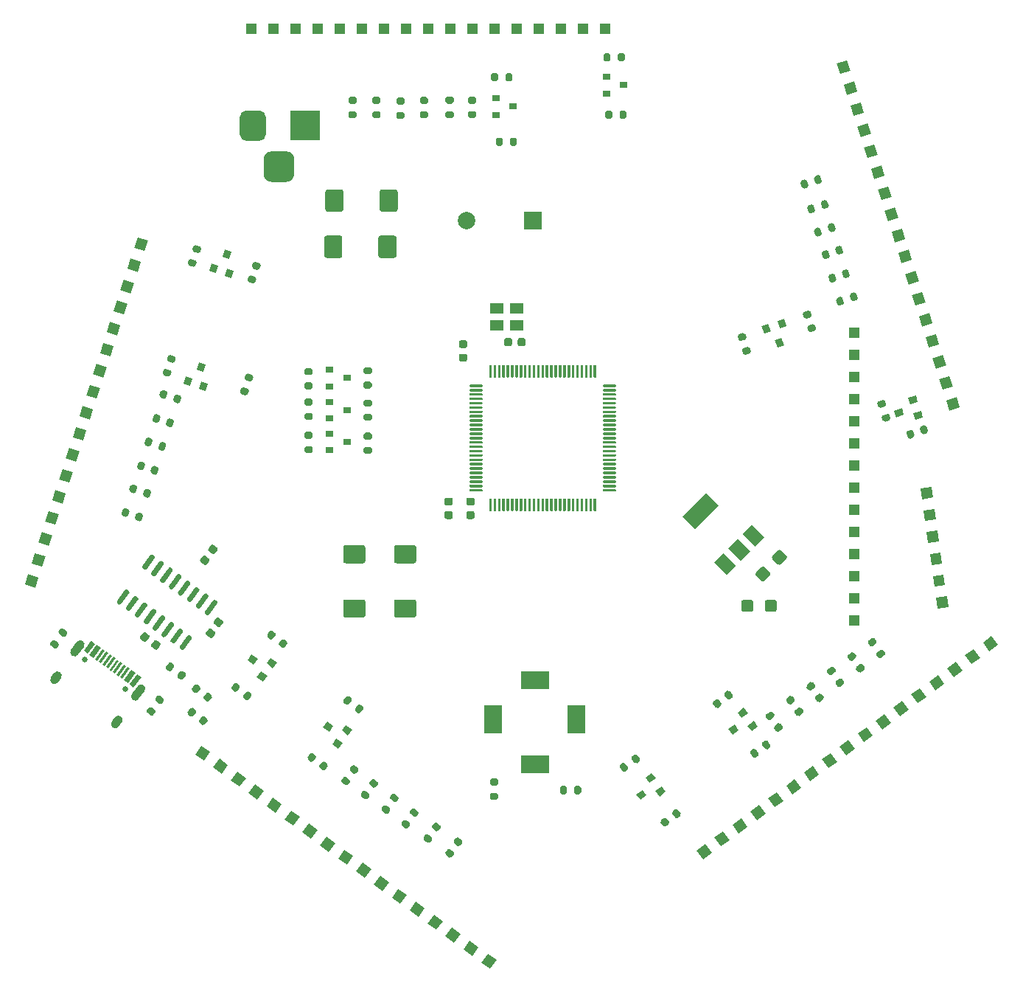
<source format=gbr>
%TF.GenerationSoftware,KiCad,Pcbnew,(5.1.7-0-10_14)*%
%TF.CreationDate,2021-04-06T14:52:43+02:00*%
%TF.ProjectId,Octogone_Sans_Regle,4f63746f-676f-46e6-955f-53616e735f52,rev?*%
%TF.SameCoordinates,Original*%
%TF.FileFunction,Soldermask,Bot*%
%TF.FilePolarity,Negative*%
%FSLAX46Y46*%
G04 Gerber Fmt 4.6, Leading zero omitted, Abs format (unit mm)*
G04 Created by KiCad (PCBNEW (5.1.7-0-10_14)) date 2021-04-06 14:52:43*
%MOMM*%
%LPD*%
G01*
G04 APERTURE LIST*
%ADD10C,0.100000*%
%ADD11R,0.900000X0.800000*%
%ADD12R,1.250000X1.250000*%
%ADD13C,0.650000*%
%ADD14R,2.000000X2.000000*%
%ADD15C,2.000000*%
%ADD16R,1.500000X1.300000*%
%ADD17R,3.200000X2.000000*%
%ADD18R,2.000000X3.200000*%
%ADD19R,3.500000X3.500000*%
G04 APERTURE END LIST*
%TO.C,U4*%
G36*
G01*
X87999111Y-119887348D02*
X87756406Y-119711012D01*
G75*
G02*
X87723221Y-119501491I88168J121353D01*
G01*
X88693066Y-118166613D01*
G75*
G02*
X88902587Y-118133428I121353J-88168D01*
G01*
X89145292Y-118309764D01*
G75*
G02*
X89178477Y-118519285I-88168J-121353D01*
G01*
X88208632Y-119854163D01*
G75*
G02*
X87999111Y-119887348I-121353J88168D01*
G01*
G37*
G36*
G01*
X86971659Y-119140861D02*
X86728954Y-118964525D01*
G75*
G02*
X86695769Y-118755004I88168J121353D01*
G01*
X87665614Y-117420126D01*
G75*
G02*
X87875135Y-117386941I121353J-88168D01*
G01*
X88117840Y-117563277D01*
G75*
G02*
X88151025Y-117772798I-88168J-121353D01*
G01*
X87181180Y-119107676D01*
G75*
G02*
X86971659Y-119140861I-121353J88168D01*
G01*
G37*
G36*
G01*
X85944208Y-118394374D02*
X85701503Y-118218038D01*
G75*
G02*
X85668318Y-118008517I88168J121353D01*
G01*
X86638163Y-116673639D01*
G75*
G02*
X86847684Y-116640454I121353J-88168D01*
G01*
X87090389Y-116816790D01*
G75*
G02*
X87123574Y-117026311I-88168J-121353D01*
G01*
X86153729Y-118361189D01*
G75*
G02*
X85944208Y-118394374I-121353J88168D01*
G01*
G37*
G36*
G01*
X84916756Y-117647887D02*
X84674051Y-117471551D01*
G75*
G02*
X84640866Y-117262030I88168J121353D01*
G01*
X85610711Y-115927152D01*
G75*
G02*
X85820232Y-115893967I121353J-88168D01*
G01*
X86062937Y-116070303D01*
G75*
G02*
X86096122Y-116279824I-88168J-121353D01*
G01*
X85126277Y-117614702D01*
G75*
G02*
X84916756Y-117647887I-121353J88168D01*
G01*
G37*
G36*
G01*
X83889305Y-116901399D02*
X83646600Y-116725063D01*
G75*
G02*
X83613415Y-116515542I88168J121353D01*
G01*
X84583260Y-115180664D01*
G75*
G02*
X84792781Y-115147479I121353J-88168D01*
G01*
X85035486Y-115323815D01*
G75*
G02*
X85068671Y-115533336I-88168J-121353D01*
G01*
X84098826Y-116868214D01*
G75*
G02*
X83889305Y-116901399I-121353J88168D01*
G01*
G37*
G36*
G01*
X82861853Y-116154912D02*
X82619148Y-115978576D01*
G75*
G02*
X82585963Y-115769055I88168J121353D01*
G01*
X83555808Y-114434177D01*
G75*
G02*
X83765329Y-114400992I121353J-88168D01*
G01*
X84008034Y-114577328D01*
G75*
G02*
X84041219Y-114786849I-88168J-121353D01*
G01*
X83071374Y-116121727D01*
G75*
G02*
X82861853Y-116154912I-121353J88168D01*
G01*
G37*
G36*
G01*
X81834402Y-115408425D02*
X81591697Y-115232089D01*
G75*
G02*
X81558512Y-115022568I88168J121353D01*
G01*
X82528357Y-113687690D01*
G75*
G02*
X82737878Y-113654505I121353J-88168D01*
G01*
X82980583Y-113830841D01*
G75*
G02*
X83013768Y-114040362I-88168J-121353D01*
G01*
X82043923Y-115375240D01*
G75*
G02*
X81834402Y-115408425I-121353J88168D01*
G01*
G37*
G36*
G01*
X80806950Y-114661937D02*
X80564245Y-114485601D01*
G75*
G02*
X80531060Y-114276080I88168J121353D01*
G01*
X81500905Y-112941202D01*
G75*
G02*
X81710426Y-112908017I121353J-88168D01*
G01*
X81953131Y-113084353D01*
G75*
G02*
X81986316Y-113293874I-88168J-121353D01*
G01*
X81016471Y-114628752D01*
G75*
G02*
X80806950Y-114661937I-121353J88168D01*
G01*
G37*
G36*
G01*
X77897413Y-118666572D02*
X77654708Y-118490236D01*
G75*
G02*
X77621523Y-118280715I88168J121353D01*
G01*
X78591368Y-116945837D01*
G75*
G02*
X78800889Y-116912652I121353J-88168D01*
G01*
X79043594Y-117088988D01*
G75*
G02*
X79076779Y-117298509I-88168J-121353D01*
G01*
X78106934Y-118633387D01*
G75*
G02*
X77897413Y-118666572I-121353J88168D01*
G01*
G37*
G36*
G01*
X78924865Y-119413059D02*
X78682160Y-119236723D01*
G75*
G02*
X78648975Y-119027202I88168J121353D01*
G01*
X79618820Y-117692324D01*
G75*
G02*
X79828341Y-117659139I121353J-88168D01*
G01*
X80071046Y-117835475D01*
G75*
G02*
X80104231Y-118044996I-88168J-121353D01*
G01*
X79134386Y-119379874D01*
G75*
G02*
X78924865Y-119413059I-121353J88168D01*
G01*
G37*
G36*
G01*
X79952316Y-120159546D02*
X79709611Y-119983210D01*
G75*
G02*
X79676426Y-119773689I88168J121353D01*
G01*
X80646271Y-118438811D01*
G75*
G02*
X80855792Y-118405626I121353J-88168D01*
G01*
X81098497Y-118581962D01*
G75*
G02*
X81131682Y-118791483I-88168J-121353D01*
G01*
X80161837Y-120126361D01*
G75*
G02*
X79952316Y-120159546I-121353J88168D01*
G01*
G37*
G36*
G01*
X80979768Y-120906033D02*
X80737063Y-120729697D01*
G75*
G02*
X80703878Y-120520176I88168J121353D01*
G01*
X81673723Y-119185298D01*
G75*
G02*
X81883244Y-119152113I121353J-88168D01*
G01*
X82125949Y-119328449D01*
G75*
G02*
X82159134Y-119537970I-88168J-121353D01*
G01*
X81189289Y-120872848D01*
G75*
G02*
X80979768Y-120906033I-121353J88168D01*
G01*
G37*
G36*
G01*
X82007219Y-121652521D02*
X81764514Y-121476185D01*
G75*
G02*
X81731329Y-121266664I88168J121353D01*
G01*
X82701174Y-119931786D01*
G75*
G02*
X82910695Y-119898601I121353J-88168D01*
G01*
X83153400Y-120074937D01*
G75*
G02*
X83186585Y-120284458I-88168J-121353D01*
G01*
X82216740Y-121619336D01*
G75*
G02*
X82007219Y-121652521I-121353J88168D01*
G01*
G37*
G36*
G01*
X83034671Y-122399008D02*
X82791966Y-122222672D01*
G75*
G02*
X82758781Y-122013151I88168J121353D01*
G01*
X83728626Y-120678273D01*
G75*
G02*
X83938147Y-120645088I121353J-88168D01*
G01*
X84180852Y-120821424D01*
G75*
G02*
X84214037Y-121030945I-88168J-121353D01*
G01*
X83244192Y-122365823D01*
G75*
G02*
X83034671Y-122399008I-121353J88168D01*
G01*
G37*
G36*
G01*
X84062122Y-123145495D02*
X83819417Y-122969159D01*
G75*
G02*
X83786232Y-122759638I88168J121353D01*
G01*
X84756077Y-121424760D01*
G75*
G02*
X84965598Y-121391575I121353J-88168D01*
G01*
X85208303Y-121567911D01*
G75*
G02*
X85241488Y-121777432I-88168J-121353D01*
G01*
X84271643Y-123112310D01*
G75*
G02*
X84062122Y-123145495I-121353J88168D01*
G01*
G37*
G36*
G01*
X85089574Y-123891983D02*
X84846869Y-123715647D01*
G75*
G02*
X84813684Y-123506126I88168J121353D01*
G01*
X85783529Y-122171248D01*
G75*
G02*
X85993050Y-122138063I121353J-88168D01*
G01*
X86235755Y-122314399D01*
G75*
G02*
X86268940Y-122523920I-88168J-121353D01*
G01*
X85299095Y-123858798D01*
G75*
G02*
X85089574Y-123891983I-121353J88168D01*
G01*
G37*
%TD*%
%TO.C,R60*%
G36*
G01*
X87217808Y-128327711D02*
X86894526Y-128772671D01*
G75*
G02*
X86615166Y-128816917I-161803J117557D01*
G01*
X86291560Y-128581803D01*
G75*
G02*
X86247314Y-128302443I117557J161803D01*
G01*
X86570596Y-127857483D01*
G75*
G02*
X86849956Y-127813237I161803J-117557D01*
G01*
X87173562Y-128048351D01*
G75*
G02*
X87217808Y-128327711I-117557J-161803D01*
G01*
G37*
G36*
G01*
X88552686Y-129297557D02*
X88229404Y-129742517D01*
G75*
G02*
X87950044Y-129786763I-161803J117557D01*
G01*
X87626438Y-129551649D01*
G75*
G02*
X87582192Y-129272289I117557J161803D01*
G01*
X87905474Y-128827329D01*
G75*
G02*
X88184834Y-128783083I161803J-117557D01*
G01*
X88508440Y-129018197D01*
G75*
G02*
X88552686Y-129297557I-117557J-161803D01*
G01*
G37*
%TD*%
%TO.C,R59*%
G36*
G01*
X84217808Y-125827711D02*
X83894526Y-126272671D01*
G75*
G02*
X83615166Y-126316917I-161803J117557D01*
G01*
X83291560Y-126081803D01*
G75*
G02*
X83247314Y-125802443I117557J161803D01*
G01*
X83570596Y-125357483D01*
G75*
G02*
X83849956Y-125313237I161803J-117557D01*
G01*
X84173562Y-125548351D01*
G75*
G02*
X84217808Y-125827711I-117557J-161803D01*
G01*
G37*
G36*
G01*
X85552686Y-126797557D02*
X85229404Y-127242517D01*
G75*
G02*
X84950044Y-127286763I-161803J117557D01*
G01*
X84626438Y-127051649D01*
G75*
G02*
X84582192Y-126772289I117557J161803D01*
G01*
X84905474Y-126327329D01*
G75*
G02*
X85184834Y-126283083I161803J-117557D01*
G01*
X85508440Y-126518197D01*
G75*
G02*
X85552686Y-126797557I-117557J-161803D01*
G01*
G37*
%TD*%
%TO.C,C11*%
G36*
G01*
X81588996Y-123237751D02*
X81882888Y-122833242D01*
G75*
G02*
X82197169Y-122783465I182029J-132252D01*
G01*
X82561227Y-123047968D01*
G75*
G02*
X82611004Y-123362249I-132252J-182029D01*
G01*
X82317112Y-123766758D01*
G75*
G02*
X82002831Y-123816535I-182029J132252D01*
G01*
X81638773Y-123552032D01*
G75*
G02*
X81588996Y-123237751I132252J182029D01*
G01*
G37*
G36*
G01*
X80335020Y-122326683D02*
X80628912Y-121922174D01*
G75*
G02*
X80943193Y-121872397I182029J-132252D01*
G01*
X81307251Y-122136900D01*
G75*
G02*
X81357028Y-122451181I-132252J-182029D01*
G01*
X81063136Y-122855690D01*
G75*
G02*
X80748855Y-122905467I-182029J132252D01*
G01*
X80384797Y-122640964D01*
G75*
G02*
X80335020Y-122326683I132252J182029D01*
G01*
G37*
%TD*%
%TO.C,C10*%
G36*
G01*
X87804751Y-113059103D02*
X88204068Y-113360011D01*
G75*
G02*
X88248353Y-113675112I-135408J-179693D01*
G01*
X87977536Y-114034498D01*
G75*
G02*
X87662435Y-114078783I-179693J135408D01*
G01*
X87263118Y-113777875D01*
G75*
G02*
X87218833Y-113462774I135408J179693D01*
G01*
X87489650Y-113103388D01*
G75*
G02*
X87804751Y-113059103I179693J-135408D01*
G01*
G37*
G36*
G01*
X88737565Y-111821217D02*
X89136882Y-112122125D01*
G75*
G02*
X89181167Y-112437226I-135408J-179693D01*
G01*
X88910350Y-112796612D01*
G75*
G02*
X88595249Y-112840897I-179693J135408D01*
G01*
X88195932Y-112539989D01*
G75*
G02*
X88151647Y-112224888I135408J179693D01*
G01*
X88422464Y-111865502D01*
G75*
G02*
X88737565Y-111821217I179693J-135408D01*
G01*
G37*
%TD*%
%TO.C,C9*%
G36*
G01*
X88451181Y-121442972D02*
X88855690Y-121736864D01*
G75*
G02*
X88905467Y-122051145I-132252J-182029D01*
G01*
X88640964Y-122415203D01*
G75*
G02*
X88326683Y-122464980I-182029J132252D01*
G01*
X87922174Y-122171088D01*
G75*
G02*
X87872397Y-121856807I132252J182029D01*
G01*
X88136900Y-121492749D01*
G75*
G02*
X88451181Y-121442972I182029J-132252D01*
G01*
G37*
G36*
G01*
X89362249Y-120188996D02*
X89766758Y-120482888D01*
G75*
G02*
X89816535Y-120797169I-132252J-182029D01*
G01*
X89552032Y-121161227D01*
G75*
G02*
X89237751Y-121211004I-182029J132252D01*
G01*
X88833242Y-120917112D01*
G75*
G02*
X88783465Y-120602831I132252J182029D01*
G01*
X89047968Y-120238773D01*
G75*
G02*
X89362249Y-120188996I182029J-132252D01*
G01*
G37*
%TD*%
D10*
%TO.C,J2*%
G36*
X170665475Y-110348650D02*
G01*
X171903310Y-110174683D01*
X172077277Y-111412518D01*
X170839442Y-111586485D01*
X170665475Y-110348650D01*
G37*
G36*
X170311975Y-107833370D02*
G01*
X171549810Y-107659403D01*
X171723777Y-108897238D01*
X170485942Y-109071205D01*
X170311975Y-107833370D01*
G37*
G36*
X169958475Y-105318089D02*
G01*
X171196310Y-105144122D01*
X171370277Y-106381957D01*
X170132442Y-106555924D01*
X169958475Y-105318089D01*
G37*
G36*
X171372474Y-115379212D02*
G01*
X172610309Y-115205245D01*
X172784276Y-116443080D01*
X171546441Y-116617047D01*
X171372474Y-115379212D01*
G37*
G36*
X171725974Y-117894493D02*
G01*
X172963809Y-117720526D01*
X173137776Y-118958361D01*
X171899941Y-119132328D01*
X171725974Y-117894493D01*
G37*
G36*
X171018974Y-112863931D02*
G01*
X172256809Y-112689964D01*
X172430776Y-113927799D01*
X171192941Y-114101766D01*
X171018974Y-112863931D01*
G37*
%TD*%
%TO.C,R1*%
G36*
G01*
X162580065Y-82959914D02*
X162750024Y-83482995D01*
G75*
G02*
X162621616Y-83735009I-190211J-61803D01*
G01*
X162241193Y-83858616D01*
G75*
G02*
X161989179Y-83730208I-61803J190211D01*
G01*
X161819220Y-83207127D01*
G75*
G02*
X161947628Y-82955113I190211J61803D01*
G01*
X162328051Y-82831506D01*
G75*
G02*
X162580065Y-82959914I61803J-190211D01*
G01*
G37*
G36*
G01*
X161010821Y-83469792D02*
X161180780Y-83992873D01*
G75*
G02*
X161052372Y-84244887I-190211J-61803D01*
G01*
X160671949Y-84368494D01*
G75*
G02*
X160419935Y-84240086I-61803J190211D01*
G01*
X160249976Y-83717005D01*
G75*
G02*
X160378384Y-83464991I190211J61803D01*
G01*
X160758807Y-83341384D01*
G75*
G02*
X161010821Y-83469792I61803J-190211D01*
G01*
G37*
%TD*%
%TO.C,R58*%
G36*
G01*
X121150000Y-65825000D02*
X121150000Y-65275000D01*
G75*
G02*
X121350000Y-65075000I200000J0D01*
G01*
X121750000Y-65075000D01*
G75*
G02*
X121950000Y-65275000I0J-200000D01*
G01*
X121950000Y-65825000D01*
G75*
G02*
X121750000Y-66025000I-200000J0D01*
G01*
X121350000Y-66025000D01*
G75*
G02*
X121150000Y-65825000I0J200000D01*
G01*
G37*
G36*
G01*
X122800000Y-65825000D02*
X122800000Y-65275000D01*
G75*
G02*
X123000000Y-65075000I200000J0D01*
G01*
X123400000Y-65075000D01*
G75*
G02*
X123600000Y-65275000I0J-200000D01*
G01*
X123600000Y-65825000D01*
G75*
G02*
X123400000Y-66025000I-200000J0D01*
G01*
X123000000Y-66025000D01*
G75*
G02*
X122800000Y-65825000I0J200000D01*
G01*
G37*
%TD*%
%TO.C,R57*%
G36*
G01*
X123075000Y-57875000D02*
X123075000Y-58425000D01*
G75*
G02*
X122875000Y-58625000I-200000J0D01*
G01*
X122475000Y-58625000D01*
G75*
G02*
X122275000Y-58425000I0J200000D01*
G01*
X122275000Y-57875000D01*
G75*
G02*
X122475000Y-57675000I200000J0D01*
G01*
X122875000Y-57675000D01*
G75*
G02*
X123075000Y-57875000I0J-200000D01*
G01*
G37*
G36*
G01*
X121425000Y-57875000D02*
X121425000Y-58425000D01*
G75*
G02*
X121225000Y-58625000I-200000J0D01*
G01*
X120825000Y-58625000D01*
G75*
G02*
X120625000Y-58425000I0J200000D01*
G01*
X120625000Y-57875000D01*
G75*
G02*
X120825000Y-57675000I200000J0D01*
G01*
X121225000Y-57675000D01*
G75*
G02*
X121425000Y-57875000I0J-200000D01*
G01*
G37*
%TD*%
%TO.C,R24*%
G36*
G01*
X106152443Y-141002686D02*
X105707483Y-140679404D01*
G75*
G02*
X105663237Y-140400044I117557J161803D01*
G01*
X105898351Y-140076438D01*
G75*
G02*
X106177711Y-140032192I161803J-117557D01*
G01*
X106622671Y-140355474D01*
G75*
G02*
X106666917Y-140634834I-117557J-161803D01*
G01*
X106431803Y-140958440D01*
G75*
G02*
X106152443Y-141002686I-161803J117557D01*
G01*
G37*
G36*
G01*
X107122289Y-139667808D02*
X106677329Y-139344526D01*
G75*
G02*
X106633083Y-139065166I117557J161803D01*
G01*
X106868197Y-138741560D01*
G75*
G02*
X107147557Y-138697314I161803J-117557D01*
G01*
X107592517Y-139020596D01*
G75*
G02*
X107636763Y-139299956I-117557J-161803D01*
G01*
X107401649Y-139623562D01*
G75*
G02*
X107122289Y-139667808I-161803J117557D01*
G01*
G37*
%TD*%
%TO.C,R23*%
G36*
G01*
X103902443Y-139402686D02*
X103457483Y-139079404D01*
G75*
G02*
X103413237Y-138800044I117557J161803D01*
G01*
X103648351Y-138476438D01*
G75*
G02*
X103927711Y-138432192I161803J-117557D01*
G01*
X104372671Y-138755474D01*
G75*
G02*
X104416917Y-139034834I-117557J-161803D01*
G01*
X104181803Y-139358440D01*
G75*
G02*
X103902443Y-139402686I-161803J117557D01*
G01*
G37*
G36*
G01*
X104872289Y-138067808D02*
X104427329Y-137744526D01*
G75*
G02*
X104383083Y-137465166I117557J161803D01*
G01*
X104618197Y-137141560D01*
G75*
G02*
X104897557Y-137097314I161803J-117557D01*
G01*
X105342517Y-137420596D01*
G75*
G02*
X105386763Y-137699956I-117557J-161803D01*
G01*
X105151649Y-138023562D01*
G75*
G02*
X104872289Y-138067808I-161803J117557D01*
G01*
G37*
%TD*%
%TO.C,R14*%
G36*
G01*
X81699976Y-97432995D02*
X81869935Y-96909914D01*
G75*
G02*
X82121949Y-96781506I190211J-61803D01*
G01*
X82502372Y-96905113D01*
G75*
G02*
X82630780Y-97157127I-61803J-190211D01*
G01*
X82460821Y-97680208D01*
G75*
G02*
X82208807Y-97808616I-190211J61803D01*
G01*
X81828384Y-97685009D01*
G75*
G02*
X81699976Y-97432995I61803J190211D01*
G01*
G37*
G36*
G01*
X83269220Y-97942873D02*
X83439179Y-97419792D01*
G75*
G02*
X83691193Y-97291384I190211J-61803D01*
G01*
X84071616Y-97414991D01*
G75*
G02*
X84200024Y-97667005I-61803J-190211D01*
G01*
X84030065Y-98190086D01*
G75*
G02*
X83778051Y-98318494I-190211J61803D01*
G01*
X83397628Y-98194887D01*
G75*
G02*
X83269220Y-97942873I61803J190211D01*
G01*
G37*
%TD*%
%TO.C,R16*%
G36*
G01*
X80799976Y-100132995D02*
X80969935Y-99609914D01*
G75*
G02*
X81221949Y-99481506I190211J-61803D01*
G01*
X81602372Y-99605113D01*
G75*
G02*
X81730780Y-99857127I-61803J-190211D01*
G01*
X81560821Y-100380208D01*
G75*
G02*
X81308807Y-100508616I-190211J61803D01*
G01*
X80928384Y-100385009D01*
G75*
G02*
X80799976Y-100132995I61803J190211D01*
G01*
G37*
G36*
G01*
X82369220Y-100642873D02*
X82539179Y-100119792D01*
G75*
G02*
X82791193Y-99991384I190211J-61803D01*
G01*
X83171616Y-100114991D01*
G75*
G02*
X83300024Y-100367005I-61803J-190211D01*
G01*
X83130065Y-100890086D01*
G75*
G02*
X82878051Y-101018494I-190211J61803D01*
G01*
X82497628Y-100894887D01*
G75*
G02*
X82369220Y-100642873I61803J190211D01*
G01*
G37*
%TD*%
%TO.C,R17*%
G36*
G01*
X79949976Y-102882995D02*
X80119935Y-102359914D01*
G75*
G02*
X80371949Y-102231506I190211J-61803D01*
G01*
X80752372Y-102355113D01*
G75*
G02*
X80880780Y-102607127I-61803J-190211D01*
G01*
X80710821Y-103130208D01*
G75*
G02*
X80458807Y-103258616I-190211J61803D01*
G01*
X80078384Y-103135009D01*
G75*
G02*
X79949976Y-102882995I61803J190211D01*
G01*
G37*
G36*
G01*
X81519220Y-103392873D02*
X81689179Y-102869792D01*
G75*
G02*
X81941193Y-102741384I190211J-61803D01*
G01*
X82321616Y-102864991D01*
G75*
G02*
X82450024Y-103117005I-61803J-190211D01*
G01*
X82280065Y-103640086D01*
G75*
G02*
X82028051Y-103768494I-190211J61803D01*
G01*
X81647628Y-103644887D01*
G75*
G02*
X81519220Y-103392873I61803J190211D01*
G01*
G37*
%TD*%
%TO.C,R18*%
G36*
G01*
X79065354Y-105528056D02*
X79235313Y-105004975D01*
G75*
G02*
X79487327Y-104876567I190211J-61803D01*
G01*
X79867750Y-105000174D01*
G75*
G02*
X79996158Y-105252188I-61803J-190211D01*
G01*
X79826199Y-105775269D01*
G75*
G02*
X79574185Y-105903677I-190211J61803D01*
G01*
X79193762Y-105780070D01*
G75*
G02*
X79065354Y-105528056I61803J190211D01*
G01*
G37*
G36*
G01*
X80634598Y-106037934D02*
X80804557Y-105514853D01*
G75*
G02*
X81056571Y-105386445I190211J-61803D01*
G01*
X81436994Y-105510052D01*
G75*
G02*
X81565402Y-105762066I-61803J-190211D01*
G01*
X81395443Y-106285147D01*
G75*
G02*
X81143429Y-106413555I-190211J61803D01*
G01*
X80763006Y-106289948D01*
G75*
G02*
X80634598Y-106037934I61803J190211D01*
G01*
G37*
%TD*%
%TO.C,R25*%
G36*
G01*
X115852443Y-147702686D02*
X115407483Y-147379404D01*
G75*
G02*
X115363237Y-147100044I117557J161803D01*
G01*
X115598351Y-146776438D01*
G75*
G02*
X115877711Y-146732192I161803J-117557D01*
G01*
X116322671Y-147055474D01*
G75*
G02*
X116366917Y-147334834I-117557J-161803D01*
G01*
X116131803Y-147658440D01*
G75*
G02*
X115852443Y-147702686I-161803J117557D01*
G01*
G37*
G36*
G01*
X116822289Y-146367808D02*
X116377329Y-146044526D01*
G75*
G02*
X116333083Y-145765166I117557J161803D01*
G01*
X116568197Y-145441560D01*
G75*
G02*
X116847557Y-145397314I161803J-117557D01*
G01*
X117292517Y-145720596D01*
G75*
G02*
X117336763Y-145999956I-117557J-161803D01*
G01*
X117101649Y-146323562D01*
G75*
G02*
X116822289Y-146367808I-161803J117557D01*
G01*
G37*
%TD*%
%TO.C,R26*%
G36*
G01*
X108517520Y-142670125D02*
X108072560Y-142346843D01*
G75*
G02*
X108028314Y-142067483I117557J161803D01*
G01*
X108263428Y-141743877D01*
G75*
G02*
X108542788Y-141699631I161803J-117557D01*
G01*
X108987748Y-142022913D01*
G75*
G02*
X109031994Y-142302273I-117557J-161803D01*
G01*
X108796880Y-142625879D01*
G75*
G02*
X108517520Y-142670125I-161803J117557D01*
G01*
G37*
G36*
G01*
X109487366Y-141335247D02*
X109042406Y-141011965D01*
G75*
G02*
X108998160Y-140732605I117557J161803D01*
G01*
X109233274Y-140408999D01*
G75*
G02*
X109512634Y-140364753I161803J-117557D01*
G01*
X109957594Y-140688035D01*
G75*
G02*
X110001840Y-140967395I-117557J-161803D01*
G01*
X109766726Y-141291001D01*
G75*
G02*
X109487366Y-141335247I-161803J117557D01*
G01*
G37*
%TD*%
D11*
%TO.C,Q8*%
X102070000Y-100960000D03*
X102070000Y-99060000D03*
X104070000Y-100010000D03*
%TD*%
%TO.C,R3*%
G36*
G01*
X158480065Y-69509914D02*
X158650024Y-70032995D01*
G75*
G02*
X158521616Y-70285009I-190211J-61803D01*
G01*
X158141193Y-70408616D01*
G75*
G02*
X157889179Y-70280208I-61803J190211D01*
G01*
X157719220Y-69757127D01*
G75*
G02*
X157847628Y-69505113I190211J61803D01*
G01*
X158228051Y-69381506D01*
G75*
G02*
X158480065Y-69509914I61803J-190211D01*
G01*
G37*
G36*
G01*
X156910821Y-70019792D02*
X157080780Y-70542873D01*
G75*
G02*
X156952372Y-70794887I-190211J-61803D01*
G01*
X156571949Y-70918494D01*
G75*
G02*
X156319935Y-70790086I-61803J190211D01*
G01*
X156149976Y-70267005D01*
G75*
G02*
X156278384Y-70014991I190211J61803D01*
G01*
X156658807Y-69891384D01*
G75*
G02*
X156910821Y-70019792I61803J-190211D01*
G01*
G37*
%TD*%
%TO.C,R32*%
G36*
G01*
X105952686Y-130647557D02*
X105629404Y-131092517D01*
G75*
G02*
X105350044Y-131136763I-161803J117557D01*
G01*
X105026438Y-130901649D01*
G75*
G02*
X104982192Y-130622289I117557J161803D01*
G01*
X105305474Y-130177329D01*
G75*
G02*
X105584834Y-130133083I161803J-117557D01*
G01*
X105908440Y-130368197D01*
G75*
G02*
X105952686Y-130647557I-117557J-161803D01*
G01*
G37*
G36*
G01*
X104617808Y-129677711D02*
X104294526Y-130122671D01*
G75*
G02*
X104015166Y-130166917I-161803J117557D01*
G01*
X103691560Y-129931803D01*
G75*
G02*
X103647314Y-129652443I117557J161803D01*
G01*
X103970596Y-129207483D01*
G75*
G02*
X104249956Y-129163237I161803J-117557D01*
G01*
X104573562Y-129398351D01*
G75*
G02*
X104617808Y-129677711I-117557J-161803D01*
G01*
G37*
%TD*%
%TO.C,R31*%
G36*
G01*
X99547314Y-136202443D02*
X99870596Y-135757483D01*
G75*
G02*
X100149956Y-135713237I161803J-117557D01*
G01*
X100473562Y-135948351D01*
G75*
G02*
X100517808Y-136227711I-117557J-161803D01*
G01*
X100194526Y-136672671D01*
G75*
G02*
X99915166Y-136716917I-161803J117557D01*
G01*
X99591560Y-136481803D01*
G75*
G02*
X99547314Y-136202443I117557J161803D01*
G01*
G37*
G36*
G01*
X100882192Y-137172289D02*
X101205474Y-136727329D01*
G75*
G02*
X101484834Y-136683083I161803J-117557D01*
G01*
X101808440Y-136918197D01*
G75*
G02*
X101852686Y-137197557I-117557J-161803D01*
G01*
X101529404Y-137642517D01*
G75*
G02*
X101250044Y-137686763I-161803J117557D01*
G01*
X100926438Y-137451649D01*
G75*
G02*
X100882192Y-137172289I117557J161803D01*
G01*
G37*
%TD*%
%TO.C,R30*%
G36*
G01*
X97202686Y-123147557D02*
X96879404Y-123592517D01*
G75*
G02*
X96600044Y-123636763I-161803J117557D01*
G01*
X96276438Y-123401649D01*
G75*
G02*
X96232192Y-123122289I117557J161803D01*
G01*
X96555474Y-122677329D01*
G75*
G02*
X96834834Y-122633083I161803J-117557D01*
G01*
X97158440Y-122868197D01*
G75*
G02*
X97202686Y-123147557I-117557J-161803D01*
G01*
G37*
G36*
G01*
X95867808Y-122177711D02*
X95544526Y-122622671D01*
G75*
G02*
X95265166Y-122666917I-161803J117557D01*
G01*
X94941560Y-122431803D01*
G75*
G02*
X94897314Y-122152443I117557J161803D01*
G01*
X95220596Y-121707483D01*
G75*
G02*
X95499956Y-121663237I161803J-117557D01*
G01*
X95823562Y-121898351D01*
G75*
G02*
X95867808Y-122177711I-117557J-161803D01*
G01*
G37*
%TD*%
%TO.C,R29*%
G36*
G01*
X90797314Y-128152443D02*
X91120596Y-127707483D01*
G75*
G02*
X91399956Y-127663237I161803J-117557D01*
G01*
X91723562Y-127898351D01*
G75*
G02*
X91767808Y-128177711I-117557J-161803D01*
G01*
X91444526Y-128622671D01*
G75*
G02*
X91165166Y-128666917I-161803J117557D01*
G01*
X90841560Y-128431803D01*
G75*
G02*
X90797314Y-128152443I117557J161803D01*
G01*
G37*
G36*
G01*
X92132192Y-129122289D02*
X92455474Y-128677329D01*
G75*
G02*
X92734834Y-128633083I161803J-117557D01*
G01*
X93058440Y-128868197D01*
G75*
G02*
X93102686Y-129147557I-117557J-161803D01*
G01*
X92779404Y-129592517D01*
G75*
G02*
X92500044Y-129636763I-161803J117557D01*
G01*
X92176438Y-129401649D01*
G75*
G02*
X92132192Y-129122289I117557J161803D01*
G01*
G37*
%TD*%
%TO.C,R22*%
G36*
G01*
X92432995Y-94650024D02*
X91909914Y-94480065D01*
G75*
G02*
X91781506Y-94228051I61803J190211D01*
G01*
X91905113Y-93847628D01*
G75*
G02*
X92157127Y-93719220I190211J-61803D01*
G01*
X92680208Y-93889179D01*
G75*
G02*
X92808616Y-94141193I-61803J-190211D01*
G01*
X92685009Y-94521616D01*
G75*
G02*
X92432995Y-94650024I-190211J61803D01*
G01*
G37*
G36*
G01*
X92942873Y-93080780D02*
X92419792Y-92910821D01*
G75*
G02*
X92291384Y-92658807I61803J190211D01*
G01*
X92414991Y-92278384D01*
G75*
G02*
X92667005Y-92149976I190211J-61803D01*
G01*
X93190086Y-92319935D01*
G75*
G02*
X93318494Y-92571949I-61803J-190211D01*
G01*
X93194887Y-92952372D01*
G75*
G02*
X92942873Y-93080780I-190211J61803D01*
G01*
G37*
%TD*%
%TO.C,R21*%
G36*
G01*
X83767005Y-89999976D02*
X84290086Y-90169935D01*
G75*
G02*
X84418494Y-90421949I-61803J-190211D01*
G01*
X84294887Y-90802372D01*
G75*
G02*
X84042873Y-90930780I-190211J61803D01*
G01*
X83519792Y-90760821D01*
G75*
G02*
X83391384Y-90508807I61803J190211D01*
G01*
X83514991Y-90128384D01*
G75*
G02*
X83767005Y-89999976I190211J-61803D01*
G01*
G37*
G36*
G01*
X83257127Y-91569220D02*
X83780208Y-91739179D01*
G75*
G02*
X83908616Y-91991193I-61803J-190211D01*
G01*
X83785009Y-92371616D01*
G75*
G02*
X83532995Y-92500024I-190211J61803D01*
G01*
X83009914Y-92330065D01*
G75*
G02*
X82881506Y-92078051I61803J190211D01*
G01*
X83005113Y-91697628D01*
G75*
G02*
X83257127Y-91569220I190211J-61803D01*
G01*
G37*
%TD*%
%TO.C,R20*%
G36*
G01*
X93287934Y-81815402D02*
X92764853Y-81645443D01*
G75*
G02*
X92636445Y-81393429I61803J190211D01*
G01*
X92760052Y-81013006D01*
G75*
G02*
X93012066Y-80884598I190211J-61803D01*
G01*
X93535147Y-81054557D01*
G75*
G02*
X93663555Y-81306571I-61803J-190211D01*
G01*
X93539948Y-81686994D01*
G75*
G02*
X93287934Y-81815402I-190211J61803D01*
G01*
G37*
G36*
G01*
X93797812Y-80246158D02*
X93274731Y-80076199D01*
G75*
G02*
X93146323Y-79824185I61803J190211D01*
G01*
X93269930Y-79443762D01*
G75*
G02*
X93521944Y-79315354I190211J-61803D01*
G01*
X94045025Y-79485313D01*
G75*
G02*
X94173433Y-79737327I-61803J-190211D01*
G01*
X94049826Y-80117750D01*
G75*
G02*
X93797812Y-80246158I-190211J61803D01*
G01*
G37*
%TD*%
%TO.C,R19*%
G36*
G01*
X86667005Y-77399976D02*
X87190086Y-77569935D01*
G75*
G02*
X87318494Y-77821949I-61803J-190211D01*
G01*
X87194887Y-78202372D01*
G75*
G02*
X86942873Y-78330780I-190211J61803D01*
G01*
X86419792Y-78160821D01*
G75*
G02*
X86291384Y-77908807I61803J190211D01*
G01*
X86414991Y-77528384D01*
G75*
G02*
X86667005Y-77399976I190211J-61803D01*
G01*
G37*
G36*
G01*
X86157127Y-78969220D02*
X86680208Y-79139179D01*
G75*
G02*
X86808616Y-79391193I-61803J-190211D01*
G01*
X86685009Y-79771616D01*
G75*
G02*
X86432995Y-79900024I-190211J61803D01*
G01*
X85909914Y-79730065D01*
G75*
G02*
X85781506Y-79478051I61803J190211D01*
G01*
X85905113Y-79097628D01*
G75*
G02*
X86157127Y-78969220I190211J-61803D01*
G01*
G37*
%TD*%
%TO.C,R10*%
G36*
G01*
X149059914Y-87669935D02*
X149582995Y-87499976D01*
G75*
G02*
X149835009Y-87628384I61803J-190211D01*
G01*
X149958616Y-88008807D01*
G75*
G02*
X149830208Y-88260821I-190211J-61803D01*
G01*
X149307127Y-88430780D01*
G75*
G02*
X149055113Y-88302372I-61803J190211D01*
G01*
X148931506Y-87921949D01*
G75*
G02*
X149059914Y-87669935I190211J61803D01*
G01*
G37*
G36*
G01*
X149569792Y-89239179D02*
X150092873Y-89069220D01*
G75*
G02*
X150344887Y-89197628I61803J-190211D01*
G01*
X150468494Y-89578051D01*
G75*
G02*
X150340086Y-89830065I-190211J-61803D01*
G01*
X149817005Y-90000024D01*
G75*
G02*
X149564991Y-89871616I-61803J190211D01*
G01*
X149441384Y-89491193D01*
G75*
G02*
X149569792Y-89239179I190211J61803D01*
G01*
G37*
%TD*%
%TO.C,R9*%
G36*
G01*
X157840086Y-87230065D02*
X157317005Y-87400024D01*
G75*
G02*
X157064991Y-87271616I-61803J190211D01*
G01*
X156941384Y-86891193D01*
G75*
G02*
X157069792Y-86639179I190211J61803D01*
G01*
X157592873Y-86469220D01*
G75*
G02*
X157844887Y-86597628I61803J-190211D01*
G01*
X157968494Y-86978051D01*
G75*
G02*
X157840086Y-87230065I-190211J-61803D01*
G01*
G37*
G36*
G01*
X157330208Y-85660821D02*
X156807127Y-85830780D01*
G75*
G02*
X156555113Y-85702372I-61803J190211D01*
G01*
X156431506Y-85321949D01*
G75*
G02*
X156559914Y-85069935I190211J61803D01*
G01*
X157082995Y-84899976D01*
G75*
G02*
X157335009Y-85028384I61803J-190211D01*
G01*
X157458616Y-85408807D01*
G75*
G02*
X157330208Y-85660821I-190211J-61803D01*
G01*
G37*
%TD*%
%TO.C,R8*%
G36*
G01*
X165104975Y-95335313D02*
X165628056Y-95165354D01*
G75*
G02*
X165880070Y-95293762I61803J-190211D01*
G01*
X166003677Y-95674185D01*
G75*
G02*
X165875269Y-95926199I-190211J-61803D01*
G01*
X165352188Y-96096158D01*
G75*
G02*
X165100174Y-95967750I-61803J190211D01*
G01*
X164976567Y-95587327D01*
G75*
G02*
X165104975Y-95335313I190211J61803D01*
G01*
G37*
G36*
G01*
X165614853Y-96904557D02*
X166137934Y-96734598D01*
G75*
G02*
X166389948Y-96863006I61803J-190211D01*
G01*
X166513555Y-97243429D01*
G75*
G02*
X166385147Y-97495443I-190211J-61803D01*
G01*
X165862066Y-97665402D01*
G75*
G02*
X165610052Y-97536994I-61803J190211D01*
G01*
X165486445Y-97156571D01*
G75*
G02*
X165614853Y-96904557I190211J61803D01*
G01*
G37*
%TD*%
%TO.C,R7*%
G36*
G01*
X168485313Y-99495025D02*
X168315354Y-98971944D01*
G75*
G02*
X168443762Y-98719930I190211J61803D01*
G01*
X168824185Y-98596323D01*
G75*
G02*
X169076199Y-98724731I61803J-190211D01*
G01*
X169246158Y-99247812D01*
G75*
G02*
X169117750Y-99499826I-190211J-61803D01*
G01*
X168737327Y-99623433D01*
G75*
G02*
X168485313Y-99495025I-61803J190211D01*
G01*
G37*
G36*
G01*
X170054557Y-98985147D02*
X169884598Y-98462066D01*
G75*
G02*
X170013006Y-98210052I190211J61803D01*
G01*
X170393429Y-98086445D01*
G75*
G02*
X170645443Y-98214853I61803J-190211D01*
G01*
X170815402Y-98737934D01*
G75*
G02*
X170686994Y-98989948I-190211J-61803D01*
G01*
X170306571Y-99113555D01*
G75*
G02*
X170054557Y-98985147I-61803J190211D01*
G01*
G37*
%TD*%
%TO.C,R38*%
G36*
G01*
X106725000Y-93875000D02*
X106175000Y-93875000D01*
G75*
G02*
X105975000Y-93675000I0J200000D01*
G01*
X105975000Y-93275000D01*
G75*
G02*
X106175000Y-93075000I200000J0D01*
G01*
X106725000Y-93075000D01*
G75*
G02*
X106925000Y-93275000I0J-200000D01*
G01*
X106925000Y-93675000D01*
G75*
G02*
X106725000Y-93875000I-200000J0D01*
G01*
G37*
G36*
G01*
X106725000Y-92225000D02*
X106175000Y-92225000D01*
G75*
G02*
X105975000Y-92025000I0J200000D01*
G01*
X105975000Y-91625000D01*
G75*
G02*
X106175000Y-91425000I200000J0D01*
G01*
X106725000Y-91425000D01*
G75*
G02*
X106925000Y-91625000I0J-200000D01*
G01*
X106925000Y-92025000D01*
G75*
G02*
X106725000Y-92225000I-200000J0D01*
G01*
G37*
%TD*%
%TO.C,R37*%
G36*
G01*
X99925000Y-93975000D02*
X99375000Y-93975000D01*
G75*
G02*
X99175000Y-93775000I0J200000D01*
G01*
X99175000Y-93375000D01*
G75*
G02*
X99375000Y-93175000I200000J0D01*
G01*
X99925000Y-93175000D01*
G75*
G02*
X100125000Y-93375000I0J-200000D01*
G01*
X100125000Y-93775000D01*
G75*
G02*
X99925000Y-93975000I-200000J0D01*
G01*
G37*
G36*
G01*
X99925000Y-92325000D02*
X99375000Y-92325000D01*
G75*
G02*
X99175000Y-92125000I0J200000D01*
G01*
X99175000Y-91725000D01*
G75*
G02*
X99375000Y-91525000I200000J0D01*
G01*
X99925000Y-91525000D01*
G75*
G02*
X100125000Y-91725000I0J-200000D01*
G01*
X100125000Y-92125000D01*
G75*
G02*
X99925000Y-92325000I-200000J0D01*
G01*
G37*
%TD*%
%TO.C,R36*%
G36*
G01*
X106725000Y-97575000D02*
X106175000Y-97575000D01*
G75*
G02*
X105975000Y-97375000I0J200000D01*
G01*
X105975000Y-96975000D01*
G75*
G02*
X106175000Y-96775000I200000J0D01*
G01*
X106725000Y-96775000D01*
G75*
G02*
X106925000Y-96975000I0J-200000D01*
G01*
X106925000Y-97375000D01*
G75*
G02*
X106725000Y-97575000I-200000J0D01*
G01*
G37*
G36*
G01*
X106725000Y-95925000D02*
X106175000Y-95925000D01*
G75*
G02*
X105975000Y-95725000I0J200000D01*
G01*
X105975000Y-95325000D01*
G75*
G02*
X106175000Y-95125000I200000J0D01*
G01*
X106725000Y-95125000D01*
G75*
G02*
X106925000Y-95325000I0J-200000D01*
G01*
X106925000Y-95725000D01*
G75*
G02*
X106725000Y-95925000I-200000J0D01*
G01*
G37*
%TD*%
%TO.C,R35*%
G36*
G01*
X99925000Y-97475000D02*
X99375000Y-97475000D01*
G75*
G02*
X99175000Y-97275000I0J200000D01*
G01*
X99175000Y-96875000D01*
G75*
G02*
X99375000Y-96675000I200000J0D01*
G01*
X99925000Y-96675000D01*
G75*
G02*
X100125000Y-96875000I0J-200000D01*
G01*
X100125000Y-97275000D01*
G75*
G02*
X99925000Y-97475000I-200000J0D01*
G01*
G37*
G36*
G01*
X99925000Y-95825000D02*
X99375000Y-95825000D01*
G75*
G02*
X99175000Y-95625000I0J200000D01*
G01*
X99175000Y-95225000D01*
G75*
G02*
X99375000Y-95025000I200000J0D01*
G01*
X99925000Y-95025000D01*
G75*
G02*
X100125000Y-95225000I0J-200000D01*
G01*
X100125000Y-95625000D01*
G75*
G02*
X99925000Y-95825000I-200000J0D01*
G01*
G37*
%TD*%
%TO.C,R34*%
G36*
G01*
X106725000Y-101375000D02*
X106175000Y-101375000D01*
G75*
G02*
X105975000Y-101175000I0J200000D01*
G01*
X105975000Y-100775000D01*
G75*
G02*
X106175000Y-100575000I200000J0D01*
G01*
X106725000Y-100575000D01*
G75*
G02*
X106925000Y-100775000I0J-200000D01*
G01*
X106925000Y-101175000D01*
G75*
G02*
X106725000Y-101375000I-200000J0D01*
G01*
G37*
G36*
G01*
X106725000Y-99725000D02*
X106175000Y-99725000D01*
G75*
G02*
X105975000Y-99525000I0J200000D01*
G01*
X105975000Y-99125000D01*
G75*
G02*
X106175000Y-98925000I200000J0D01*
G01*
X106725000Y-98925000D01*
G75*
G02*
X106925000Y-99125000I0J-200000D01*
G01*
X106925000Y-99525000D01*
G75*
G02*
X106725000Y-99725000I-200000J0D01*
G01*
G37*
%TD*%
%TO.C,R13*%
G36*
G01*
X82534598Y-94687934D02*
X82704557Y-94164853D01*
G75*
G02*
X82956571Y-94036445I190211J-61803D01*
G01*
X83336994Y-94160052D01*
G75*
G02*
X83465402Y-94412066I-61803J-190211D01*
G01*
X83295443Y-94935147D01*
G75*
G02*
X83043429Y-95063555I-190211J61803D01*
G01*
X82663006Y-94939948D01*
G75*
G02*
X82534598Y-94687934I61803J190211D01*
G01*
G37*
G36*
G01*
X84103842Y-95197812D02*
X84273801Y-94674731D01*
G75*
G02*
X84525815Y-94546323I190211J-61803D01*
G01*
X84906238Y-94669930D01*
G75*
G02*
X85034646Y-94921944I-61803J-190211D01*
G01*
X84864687Y-95445025D01*
G75*
G02*
X84612673Y-95573433I-190211J61803D01*
G01*
X84232250Y-95449826D01*
G75*
G02*
X84103842Y-95197812I61803J190211D01*
G01*
G37*
%TD*%
%TO.C,R33*%
G36*
G01*
X99925000Y-101275000D02*
X99375000Y-101275000D01*
G75*
G02*
X99175000Y-101075000I0J200000D01*
G01*
X99175000Y-100675000D01*
G75*
G02*
X99375000Y-100475000I200000J0D01*
G01*
X99925000Y-100475000D01*
G75*
G02*
X100125000Y-100675000I0J-200000D01*
G01*
X100125000Y-101075000D01*
G75*
G02*
X99925000Y-101275000I-200000J0D01*
G01*
G37*
G36*
G01*
X99925000Y-99625000D02*
X99375000Y-99625000D01*
G75*
G02*
X99175000Y-99425000I0J200000D01*
G01*
X99175000Y-99025000D01*
G75*
G02*
X99375000Y-98825000I200000J0D01*
G01*
X99925000Y-98825000D01*
G75*
G02*
X100125000Y-99025000I0J-200000D01*
G01*
X100125000Y-99425000D01*
G75*
G02*
X99925000Y-99625000I-200000J0D01*
G01*
G37*
%TD*%
D10*
%TO.C,P3*%
G36*
X121232323Y-159462552D02*
G01*
X120497592Y-160473823D01*
X119486321Y-159739092D01*
X120221052Y-158727821D01*
X121232323Y-159462552D01*
G37*
G36*
X119177420Y-157969577D02*
G01*
X118442689Y-158980848D01*
X117431418Y-158246117D01*
X118166149Y-157234846D01*
X119177420Y-157969577D01*
G37*
G36*
X117122517Y-156476603D02*
G01*
X116387786Y-157487874D01*
X115376515Y-156753143D01*
X116111246Y-155741872D01*
X117122517Y-156476603D01*
G37*
G36*
X115067614Y-154983628D02*
G01*
X114332883Y-155994899D01*
X113321612Y-155260168D01*
X114056343Y-154248897D01*
X115067614Y-154983628D01*
G37*
G36*
X113012710Y-153490654D02*
G01*
X112277979Y-154501925D01*
X111266708Y-153767194D01*
X112001439Y-152755923D01*
X113012710Y-153490654D01*
G37*
G36*
X110957807Y-151997679D02*
G01*
X110223076Y-153008950D01*
X109211805Y-152274219D01*
X109946536Y-151262948D01*
X110957807Y-151997679D01*
G37*
G36*
X108902904Y-150504705D02*
G01*
X108168173Y-151515976D01*
X107156902Y-150781245D01*
X107891633Y-149769974D01*
X108902904Y-150504705D01*
G37*
G36*
X106848001Y-149011730D02*
G01*
X106113270Y-150023001D01*
X105101999Y-149288270D01*
X105836730Y-148276999D01*
X106848001Y-149011730D01*
G37*
G36*
X104793098Y-147518756D02*
G01*
X104058367Y-148530027D01*
X103047096Y-147795296D01*
X103781827Y-146784025D01*
X104793098Y-147518756D01*
G37*
G36*
X102738195Y-146025781D02*
G01*
X102003464Y-147037052D01*
X100992193Y-146302321D01*
X101726924Y-145291050D01*
X102738195Y-146025781D01*
G37*
G36*
X100683291Y-144532807D02*
G01*
X99948560Y-145544078D01*
X98937289Y-144809347D01*
X99672020Y-143798076D01*
X100683291Y-144532807D01*
G37*
G36*
X98628388Y-143039832D02*
G01*
X97893657Y-144051103D01*
X96882386Y-143316372D01*
X97617117Y-142305101D01*
X98628388Y-143039832D01*
G37*
G36*
X96573485Y-141546858D02*
G01*
X95838754Y-142558129D01*
X94827483Y-141823398D01*
X95562214Y-140812127D01*
X96573485Y-141546858D01*
G37*
G36*
X94518582Y-140053883D02*
G01*
X93783851Y-141065154D01*
X92772580Y-140330423D01*
X93507311Y-139319152D01*
X94518582Y-140053883D01*
G37*
G36*
X92463679Y-138560908D02*
G01*
X91728948Y-139572179D01*
X90717677Y-138837448D01*
X91452408Y-137826177D01*
X92463679Y-138560908D01*
G37*
G36*
X90408776Y-137067934D02*
G01*
X89674045Y-138079205D01*
X88662774Y-137344474D01*
X89397505Y-136333203D01*
X90408776Y-137067934D01*
G37*
G36*
X88353872Y-135574959D02*
G01*
X87619141Y-136586230D01*
X86607870Y-135851499D01*
X87342601Y-134840228D01*
X88353872Y-135574959D01*
G37*
%TD*%
%TO.C,P1*%
G36*
X160332745Y-56576674D02*
G01*
X161521566Y-56190403D01*
X161907837Y-57379224D01*
X160719016Y-57765495D01*
X160332745Y-56576674D01*
G37*
G36*
X161117648Y-58992358D02*
G01*
X162306469Y-58606087D01*
X162692740Y-59794908D01*
X161503919Y-60181179D01*
X161117648Y-58992358D01*
G37*
G36*
X161902551Y-61408041D02*
G01*
X163091372Y-61021770D01*
X163477643Y-62210591D01*
X162288822Y-62596862D01*
X161902551Y-61408041D01*
G37*
G36*
X162687454Y-63823725D02*
G01*
X163876275Y-63437454D01*
X164262546Y-64626275D01*
X163073725Y-65012546D01*
X162687454Y-63823725D01*
G37*
G36*
X163472358Y-66239408D02*
G01*
X164661179Y-65853137D01*
X165047450Y-67041958D01*
X163858629Y-67428229D01*
X163472358Y-66239408D01*
G37*
G36*
X164257261Y-68655092D02*
G01*
X165446082Y-68268821D01*
X165832353Y-69457642D01*
X164643532Y-69843913D01*
X164257261Y-68655092D01*
G37*
G36*
X165042164Y-71070775D02*
G01*
X166230985Y-70684504D01*
X166617256Y-71873325D01*
X165428435Y-72259596D01*
X165042164Y-71070775D01*
G37*
G36*
X165827067Y-73486459D02*
G01*
X167015888Y-73100188D01*
X167402159Y-74289009D01*
X166213338Y-74675280D01*
X165827067Y-73486459D01*
G37*
G36*
X166611970Y-75902142D02*
G01*
X167800791Y-75515871D01*
X168187062Y-76704692D01*
X166998241Y-77090963D01*
X166611970Y-75902142D01*
G37*
G36*
X167396873Y-78317826D02*
G01*
X168585694Y-77931555D01*
X168971965Y-79120376D01*
X167783144Y-79506647D01*
X167396873Y-78317826D01*
G37*
G36*
X168181777Y-80733510D02*
G01*
X169370598Y-80347239D01*
X169756869Y-81536060D01*
X168568048Y-81922331D01*
X168181777Y-80733510D01*
G37*
G36*
X168966680Y-83149193D02*
G01*
X170155501Y-82762922D01*
X170541772Y-83951743D01*
X169352951Y-84338014D01*
X168966680Y-83149193D01*
G37*
G36*
X169751583Y-85564877D02*
G01*
X170940404Y-85178606D01*
X171326675Y-86367427D01*
X170137854Y-86753698D01*
X169751583Y-85564877D01*
G37*
G36*
X170536486Y-87980560D02*
G01*
X171725307Y-87594289D01*
X172111578Y-88783110D01*
X170922757Y-89169381D01*
X170536486Y-87980560D01*
G37*
G36*
X171321389Y-90396244D02*
G01*
X172510210Y-90009973D01*
X172896481Y-91198794D01*
X171707660Y-91585065D01*
X171321389Y-90396244D01*
G37*
G36*
X172106292Y-92811927D02*
G01*
X173295113Y-92425656D01*
X173681384Y-93614477D01*
X172492563Y-94000748D01*
X172106292Y-92811927D01*
G37*
G36*
X172891196Y-95227611D02*
G01*
X174080017Y-94841340D01*
X174466288Y-96030161D01*
X173277467Y-96416432D01*
X172891196Y-95227611D01*
G37*
%TD*%
D12*
%TO.C,P5*%
X93040000Y-52600000D03*
X95580000Y-52600000D03*
X98120000Y-52600000D03*
X100660000Y-52600000D03*
X103200000Y-52600000D03*
X105740000Y-52600000D03*
X108280000Y-52600000D03*
X110820000Y-52600000D03*
X113360000Y-52600000D03*
X115900000Y-52600000D03*
X118440000Y-52600000D03*
X120980000Y-52600000D03*
X123520000Y-52600000D03*
X126060000Y-52600000D03*
X128600000Y-52600000D03*
X131140000Y-52600000D03*
X133680000Y-52600000D03*
%TD*%
D10*
%TO.C,P4*%
G36*
X178122498Y-122267922D02*
G01*
X178857229Y-123279193D01*
X177845958Y-124013924D01*
X177111227Y-123002653D01*
X178122498Y-122267922D01*
G37*
G36*
X176067595Y-123760897D02*
G01*
X176802326Y-124772168D01*
X175791055Y-125506899D01*
X175056324Y-124495628D01*
X176067595Y-123760897D01*
G37*
G36*
X174012692Y-125253871D02*
G01*
X174747423Y-126265142D01*
X173736152Y-126999873D01*
X173001421Y-125988602D01*
X174012692Y-125253871D01*
G37*
G36*
X171957789Y-126746846D02*
G01*
X172692520Y-127758117D01*
X171681249Y-128492848D01*
X170946518Y-127481577D01*
X171957789Y-126746846D01*
G37*
G36*
X169902885Y-128239820D02*
G01*
X170637616Y-129251091D01*
X169626345Y-129985822D01*
X168891614Y-128974551D01*
X169902885Y-128239820D01*
G37*
G36*
X167847982Y-129732795D02*
G01*
X168582713Y-130744066D01*
X167571442Y-131478797D01*
X166836711Y-130467526D01*
X167847982Y-129732795D01*
G37*
G36*
X165793079Y-131225769D02*
G01*
X166527810Y-132237040D01*
X165516539Y-132971771D01*
X164781808Y-131960500D01*
X165793079Y-131225769D01*
G37*
G36*
X163738176Y-132718744D02*
G01*
X164472907Y-133730015D01*
X163461636Y-134464746D01*
X162726905Y-133453475D01*
X163738176Y-132718744D01*
G37*
G36*
X161683273Y-134211718D02*
G01*
X162418004Y-135222989D01*
X161406733Y-135957720D01*
X160672002Y-134946449D01*
X161683273Y-134211718D01*
G37*
G36*
X159628370Y-135704693D02*
G01*
X160363101Y-136715964D01*
X159351830Y-137450695D01*
X158617099Y-136439424D01*
X159628370Y-135704693D01*
G37*
G36*
X157573466Y-137197667D02*
G01*
X158308197Y-138208938D01*
X157296926Y-138943669D01*
X156562195Y-137932398D01*
X157573466Y-137197667D01*
G37*
G36*
X155518563Y-138690642D02*
G01*
X156253294Y-139701913D01*
X155242023Y-140436644D01*
X154507292Y-139425373D01*
X155518563Y-138690642D01*
G37*
G36*
X153463660Y-140183616D02*
G01*
X154198391Y-141194887D01*
X153187120Y-141929618D01*
X152452389Y-140918347D01*
X153463660Y-140183616D01*
G37*
G36*
X151408757Y-141676591D02*
G01*
X152143488Y-142687862D01*
X151132217Y-143422593D01*
X150397486Y-142411322D01*
X151408757Y-141676591D01*
G37*
G36*
X149353854Y-143169566D02*
G01*
X150088585Y-144180837D01*
X149077314Y-144915568D01*
X148342583Y-143904297D01*
X149353854Y-143169566D01*
G37*
G36*
X147298951Y-144662540D02*
G01*
X148033682Y-145673811D01*
X147022411Y-146408542D01*
X146287680Y-145397271D01*
X147298951Y-144662540D01*
G37*
G36*
X145244047Y-146155515D02*
G01*
X145978778Y-147166786D01*
X144967507Y-147901517D01*
X144232776Y-146890246D01*
X145244047Y-146155515D01*
G37*
%TD*%
%TO.C,Q2*%
G36*
X151691801Y-86683889D02*
G01*
X152452646Y-86436676D01*
X152730761Y-87292627D01*
X151969916Y-87539840D01*
X151691801Y-86683889D01*
G37*
G36*
X153498809Y-86096756D02*
G01*
X154259654Y-85849543D01*
X154537769Y-86705494D01*
X153776924Y-86952707D01*
X153498809Y-86096756D01*
G37*
G36*
X153213339Y-88292436D02*
G01*
X153974184Y-88045223D01*
X154252299Y-88901174D01*
X153491454Y-89148387D01*
X153213339Y-88292436D01*
G37*
%TD*%
%TO.C,U1*%
G36*
G01*
X118150000Y-105625000D02*
X118150000Y-105475000D01*
G75*
G02*
X118225000Y-105400000I75000J0D01*
G01*
X119550000Y-105400000D01*
G75*
G02*
X119625000Y-105475000I0J-75000D01*
G01*
X119625000Y-105625000D01*
G75*
G02*
X119550000Y-105700000I-75000J0D01*
G01*
X118225000Y-105700000D01*
G75*
G02*
X118150000Y-105625000I0J75000D01*
G01*
G37*
G36*
G01*
X118150000Y-105125000D02*
X118150000Y-104975000D01*
G75*
G02*
X118225000Y-104900000I75000J0D01*
G01*
X119550000Y-104900000D01*
G75*
G02*
X119625000Y-104975000I0J-75000D01*
G01*
X119625000Y-105125000D01*
G75*
G02*
X119550000Y-105200000I-75000J0D01*
G01*
X118225000Y-105200000D01*
G75*
G02*
X118150000Y-105125000I0J75000D01*
G01*
G37*
G36*
G01*
X118150000Y-104625000D02*
X118150000Y-104475000D01*
G75*
G02*
X118225000Y-104400000I75000J0D01*
G01*
X119550000Y-104400000D01*
G75*
G02*
X119625000Y-104475000I0J-75000D01*
G01*
X119625000Y-104625000D01*
G75*
G02*
X119550000Y-104700000I-75000J0D01*
G01*
X118225000Y-104700000D01*
G75*
G02*
X118150000Y-104625000I0J75000D01*
G01*
G37*
G36*
G01*
X118150000Y-104125000D02*
X118150000Y-103975000D01*
G75*
G02*
X118225000Y-103900000I75000J0D01*
G01*
X119550000Y-103900000D01*
G75*
G02*
X119625000Y-103975000I0J-75000D01*
G01*
X119625000Y-104125000D01*
G75*
G02*
X119550000Y-104200000I-75000J0D01*
G01*
X118225000Y-104200000D01*
G75*
G02*
X118150000Y-104125000I0J75000D01*
G01*
G37*
G36*
G01*
X118150000Y-103625000D02*
X118150000Y-103475000D01*
G75*
G02*
X118225000Y-103400000I75000J0D01*
G01*
X119550000Y-103400000D01*
G75*
G02*
X119625000Y-103475000I0J-75000D01*
G01*
X119625000Y-103625000D01*
G75*
G02*
X119550000Y-103700000I-75000J0D01*
G01*
X118225000Y-103700000D01*
G75*
G02*
X118150000Y-103625000I0J75000D01*
G01*
G37*
G36*
G01*
X118150000Y-103125000D02*
X118150000Y-102975000D01*
G75*
G02*
X118225000Y-102900000I75000J0D01*
G01*
X119550000Y-102900000D01*
G75*
G02*
X119625000Y-102975000I0J-75000D01*
G01*
X119625000Y-103125000D01*
G75*
G02*
X119550000Y-103200000I-75000J0D01*
G01*
X118225000Y-103200000D01*
G75*
G02*
X118150000Y-103125000I0J75000D01*
G01*
G37*
G36*
G01*
X118150000Y-102625000D02*
X118150000Y-102475000D01*
G75*
G02*
X118225000Y-102400000I75000J0D01*
G01*
X119550000Y-102400000D01*
G75*
G02*
X119625000Y-102475000I0J-75000D01*
G01*
X119625000Y-102625000D01*
G75*
G02*
X119550000Y-102700000I-75000J0D01*
G01*
X118225000Y-102700000D01*
G75*
G02*
X118150000Y-102625000I0J75000D01*
G01*
G37*
G36*
G01*
X118150000Y-102125000D02*
X118150000Y-101975000D01*
G75*
G02*
X118225000Y-101900000I75000J0D01*
G01*
X119550000Y-101900000D01*
G75*
G02*
X119625000Y-101975000I0J-75000D01*
G01*
X119625000Y-102125000D01*
G75*
G02*
X119550000Y-102200000I-75000J0D01*
G01*
X118225000Y-102200000D01*
G75*
G02*
X118150000Y-102125000I0J75000D01*
G01*
G37*
G36*
G01*
X118150000Y-101625000D02*
X118150000Y-101475000D01*
G75*
G02*
X118225000Y-101400000I75000J0D01*
G01*
X119550000Y-101400000D01*
G75*
G02*
X119625000Y-101475000I0J-75000D01*
G01*
X119625000Y-101625000D01*
G75*
G02*
X119550000Y-101700000I-75000J0D01*
G01*
X118225000Y-101700000D01*
G75*
G02*
X118150000Y-101625000I0J75000D01*
G01*
G37*
G36*
G01*
X118150000Y-101125000D02*
X118150000Y-100975000D01*
G75*
G02*
X118225000Y-100900000I75000J0D01*
G01*
X119550000Y-100900000D01*
G75*
G02*
X119625000Y-100975000I0J-75000D01*
G01*
X119625000Y-101125000D01*
G75*
G02*
X119550000Y-101200000I-75000J0D01*
G01*
X118225000Y-101200000D01*
G75*
G02*
X118150000Y-101125000I0J75000D01*
G01*
G37*
G36*
G01*
X118150000Y-100625000D02*
X118150000Y-100475000D01*
G75*
G02*
X118225000Y-100400000I75000J0D01*
G01*
X119550000Y-100400000D01*
G75*
G02*
X119625000Y-100475000I0J-75000D01*
G01*
X119625000Y-100625000D01*
G75*
G02*
X119550000Y-100700000I-75000J0D01*
G01*
X118225000Y-100700000D01*
G75*
G02*
X118150000Y-100625000I0J75000D01*
G01*
G37*
G36*
G01*
X118150000Y-100125000D02*
X118150000Y-99975000D01*
G75*
G02*
X118225000Y-99900000I75000J0D01*
G01*
X119550000Y-99900000D01*
G75*
G02*
X119625000Y-99975000I0J-75000D01*
G01*
X119625000Y-100125000D01*
G75*
G02*
X119550000Y-100200000I-75000J0D01*
G01*
X118225000Y-100200000D01*
G75*
G02*
X118150000Y-100125000I0J75000D01*
G01*
G37*
G36*
G01*
X118150000Y-99625000D02*
X118150000Y-99475000D01*
G75*
G02*
X118225000Y-99400000I75000J0D01*
G01*
X119550000Y-99400000D01*
G75*
G02*
X119625000Y-99475000I0J-75000D01*
G01*
X119625000Y-99625000D01*
G75*
G02*
X119550000Y-99700000I-75000J0D01*
G01*
X118225000Y-99700000D01*
G75*
G02*
X118150000Y-99625000I0J75000D01*
G01*
G37*
G36*
G01*
X118150000Y-99125000D02*
X118150000Y-98975000D01*
G75*
G02*
X118225000Y-98900000I75000J0D01*
G01*
X119550000Y-98900000D01*
G75*
G02*
X119625000Y-98975000I0J-75000D01*
G01*
X119625000Y-99125000D01*
G75*
G02*
X119550000Y-99200000I-75000J0D01*
G01*
X118225000Y-99200000D01*
G75*
G02*
X118150000Y-99125000I0J75000D01*
G01*
G37*
G36*
G01*
X118150000Y-98625000D02*
X118150000Y-98475000D01*
G75*
G02*
X118225000Y-98400000I75000J0D01*
G01*
X119550000Y-98400000D01*
G75*
G02*
X119625000Y-98475000I0J-75000D01*
G01*
X119625000Y-98625000D01*
G75*
G02*
X119550000Y-98700000I-75000J0D01*
G01*
X118225000Y-98700000D01*
G75*
G02*
X118150000Y-98625000I0J75000D01*
G01*
G37*
G36*
G01*
X118150000Y-98125000D02*
X118150000Y-97975000D01*
G75*
G02*
X118225000Y-97900000I75000J0D01*
G01*
X119550000Y-97900000D01*
G75*
G02*
X119625000Y-97975000I0J-75000D01*
G01*
X119625000Y-98125000D01*
G75*
G02*
X119550000Y-98200000I-75000J0D01*
G01*
X118225000Y-98200000D01*
G75*
G02*
X118150000Y-98125000I0J75000D01*
G01*
G37*
G36*
G01*
X118150000Y-97625000D02*
X118150000Y-97475000D01*
G75*
G02*
X118225000Y-97400000I75000J0D01*
G01*
X119550000Y-97400000D01*
G75*
G02*
X119625000Y-97475000I0J-75000D01*
G01*
X119625000Y-97625000D01*
G75*
G02*
X119550000Y-97700000I-75000J0D01*
G01*
X118225000Y-97700000D01*
G75*
G02*
X118150000Y-97625000I0J75000D01*
G01*
G37*
G36*
G01*
X118150000Y-97125000D02*
X118150000Y-96975000D01*
G75*
G02*
X118225000Y-96900000I75000J0D01*
G01*
X119550000Y-96900000D01*
G75*
G02*
X119625000Y-96975000I0J-75000D01*
G01*
X119625000Y-97125000D01*
G75*
G02*
X119550000Y-97200000I-75000J0D01*
G01*
X118225000Y-97200000D01*
G75*
G02*
X118150000Y-97125000I0J75000D01*
G01*
G37*
G36*
G01*
X118150000Y-96625000D02*
X118150000Y-96475000D01*
G75*
G02*
X118225000Y-96400000I75000J0D01*
G01*
X119550000Y-96400000D01*
G75*
G02*
X119625000Y-96475000I0J-75000D01*
G01*
X119625000Y-96625000D01*
G75*
G02*
X119550000Y-96700000I-75000J0D01*
G01*
X118225000Y-96700000D01*
G75*
G02*
X118150000Y-96625000I0J75000D01*
G01*
G37*
G36*
G01*
X118150000Y-96125000D02*
X118150000Y-95975000D01*
G75*
G02*
X118225000Y-95900000I75000J0D01*
G01*
X119550000Y-95900000D01*
G75*
G02*
X119625000Y-95975000I0J-75000D01*
G01*
X119625000Y-96125000D01*
G75*
G02*
X119550000Y-96200000I-75000J0D01*
G01*
X118225000Y-96200000D01*
G75*
G02*
X118150000Y-96125000I0J75000D01*
G01*
G37*
G36*
G01*
X118150000Y-95625000D02*
X118150000Y-95475000D01*
G75*
G02*
X118225000Y-95400000I75000J0D01*
G01*
X119550000Y-95400000D01*
G75*
G02*
X119625000Y-95475000I0J-75000D01*
G01*
X119625000Y-95625000D01*
G75*
G02*
X119550000Y-95700000I-75000J0D01*
G01*
X118225000Y-95700000D01*
G75*
G02*
X118150000Y-95625000I0J75000D01*
G01*
G37*
G36*
G01*
X118150000Y-95125000D02*
X118150000Y-94975000D01*
G75*
G02*
X118225000Y-94900000I75000J0D01*
G01*
X119550000Y-94900000D01*
G75*
G02*
X119625000Y-94975000I0J-75000D01*
G01*
X119625000Y-95125000D01*
G75*
G02*
X119550000Y-95200000I-75000J0D01*
G01*
X118225000Y-95200000D01*
G75*
G02*
X118150000Y-95125000I0J75000D01*
G01*
G37*
G36*
G01*
X118150000Y-94625000D02*
X118150000Y-94475000D01*
G75*
G02*
X118225000Y-94400000I75000J0D01*
G01*
X119550000Y-94400000D01*
G75*
G02*
X119625000Y-94475000I0J-75000D01*
G01*
X119625000Y-94625000D01*
G75*
G02*
X119550000Y-94700000I-75000J0D01*
G01*
X118225000Y-94700000D01*
G75*
G02*
X118150000Y-94625000I0J75000D01*
G01*
G37*
G36*
G01*
X118150000Y-94125000D02*
X118150000Y-93975000D01*
G75*
G02*
X118225000Y-93900000I75000J0D01*
G01*
X119550000Y-93900000D01*
G75*
G02*
X119625000Y-93975000I0J-75000D01*
G01*
X119625000Y-94125000D01*
G75*
G02*
X119550000Y-94200000I-75000J0D01*
G01*
X118225000Y-94200000D01*
G75*
G02*
X118150000Y-94125000I0J75000D01*
G01*
G37*
G36*
G01*
X118150000Y-93625000D02*
X118150000Y-93475000D01*
G75*
G02*
X118225000Y-93400000I75000J0D01*
G01*
X119550000Y-93400000D01*
G75*
G02*
X119625000Y-93475000I0J-75000D01*
G01*
X119625000Y-93625000D01*
G75*
G02*
X119550000Y-93700000I-75000J0D01*
G01*
X118225000Y-93700000D01*
G75*
G02*
X118150000Y-93625000I0J75000D01*
G01*
G37*
G36*
G01*
X120400000Y-92550000D02*
X120400000Y-91225000D01*
G75*
G02*
X120475000Y-91150000I75000J0D01*
G01*
X120625000Y-91150000D01*
G75*
G02*
X120700000Y-91225000I0J-75000D01*
G01*
X120700000Y-92550000D01*
G75*
G02*
X120625000Y-92625000I-75000J0D01*
G01*
X120475000Y-92625000D01*
G75*
G02*
X120400000Y-92550000I0J75000D01*
G01*
G37*
G36*
G01*
X120900000Y-92550000D02*
X120900000Y-91225000D01*
G75*
G02*
X120975000Y-91150000I75000J0D01*
G01*
X121125000Y-91150000D01*
G75*
G02*
X121200000Y-91225000I0J-75000D01*
G01*
X121200000Y-92550000D01*
G75*
G02*
X121125000Y-92625000I-75000J0D01*
G01*
X120975000Y-92625000D01*
G75*
G02*
X120900000Y-92550000I0J75000D01*
G01*
G37*
G36*
G01*
X121400000Y-92550000D02*
X121400000Y-91225000D01*
G75*
G02*
X121475000Y-91150000I75000J0D01*
G01*
X121625000Y-91150000D01*
G75*
G02*
X121700000Y-91225000I0J-75000D01*
G01*
X121700000Y-92550000D01*
G75*
G02*
X121625000Y-92625000I-75000J0D01*
G01*
X121475000Y-92625000D01*
G75*
G02*
X121400000Y-92550000I0J75000D01*
G01*
G37*
G36*
G01*
X121900000Y-92550000D02*
X121900000Y-91225000D01*
G75*
G02*
X121975000Y-91150000I75000J0D01*
G01*
X122125000Y-91150000D01*
G75*
G02*
X122200000Y-91225000I0J-75000D01*
G01*
X122200000Y-92550000D01*
G75*
G02*
X122125000Y-92625000I-75000J0D01*
G01*
X121975000Y-92625000D01*
G75*
G02*
X121900000Y-92550000I0J75000D01*
G01*
G37*
G36*
G01*
X122400000Y-92550000D02*
X122400000Y-91225000D01*
G75*
G02*
X122475000Y-91150000I75000J0D01*
G01*
X122625000Y-91150000D01*
G75*
G02*
X122700000Y-91225000I0J-75000D01*
G01*
X122700000Y-92550000D01*
G75*
G02*
X122625000Y-92625000I-75000J0D01*
G01*
X122475000Y-92625000D01*
G75*
G02*
X122400000Y-92550000I0J75000D01*
G01*
G37*
G36*
G01*
X122900000Y-92550000D02*
X122900000Y-91225000D01*
G75*
G02*
X122975000Y-91150000I75000J0D01*
G01*
X123125000Y-91150000D01*
G75*
G02*
X123200000Y-91225000I0J-75000D01*
G01*
X123200000Y-92550000D01*
G75*
G02*
X123125000Y-92625000I-75000J0D01*
G01*
X122975000Y-92625000D01*
G75*
G02*
X122900000Y-92550000I0J75000D01*
G01*
G37*
G36*
G01*
X123400000Y-92550000D02*
X123400000Y-91225000D01*
G75*
G02*
X123475000Y-91150000I75000J0D01*
G01*
X123625000Y-91150000D01*
G75*
G02*
X123700000Y-91225000I0J-75000D01*
G01*
X123700000Y-92550000D01*
G75*
G02*
X123625000Y-92625000I-75000J0D01*
G01*
X123475000Y-92625000D01*
G75*
G02*
X123400000Y-92550000I0J75000D01*
G01*
G37*
G36*
G01*
X123900000Y-92550000D02*
X123900000Y-91225000D01*
G75*
G02*
X123975000Y-91150000I75000J0D01*
G01*
X124125000Y-91150000D01*
G75*
G02*
X124200000Y-91225000I0J-75000D01*
G01*
X124200000Y-92550000D01*
G75*
G02*
X124125000Y-92625000I-75000J0D01*
G01*
X123975000Y-92625000D01*
G75*
G02*
X123900000Y-92550000I0J75000D01*
G01*
G37*
G36*
G01*
X124400000Y-92550000D02*
X124400000Y-91225000D01*
G75*
G02*
X124475000Y-91150000I75000J0D01*
G01*
X124625000Y-91150000D01*
G75*
G02*
X124700000Y-91225000I0J-75000D01*
G01*
X124700000Y-92550000D01*
G75*
G02*
X124625000Y-92625000I-75000J0D01*
G01*
X124475000Y-92625000D01*
G75*
G02*
X124400000Y-92550000I0J75000D01*
G01*
G37*
G36*
G01*
X124900000Y-92550000D02*
X124900000Y-91225000D01*
G75*
G02*
X124975000Y-91150000I75000J0D01*
G01*
X125125000Y-91150000D01*
G75*
G02*
X125200000Y-91225000I0J-75000D01*
G01*
X125200000Y-92550000D01*
G75*
G02*
X125125000Y-92625000I-75000J0D01*
G01*
X124975000Y-92625000D01*
G75*
G02*
X124900000Y-92550000I0J75000D01*
G01*
G37*
G36*
G01*
X125400000Y-92550000D02*
X125400000Y-91225000D01*
G75*
G02*
X125475000Y-91150000I75000J0D01*
G01*
X125625000Y-91150000D01*
G75*
G02*
X125700000Y-91225000I0J-75000D01*
G01*
X125700000Y-92550000D01*
G75*
G02*
X125625000Y-92625000I-75000J0D01*
G01*
X125475000Y-92625000D01*
G75*
G02*
X125400000Y-92550000I0J75000D01*
G01*
G37*
G36*
G01*
X125900000Y-92550000D02*
X125900000Y-91225000D01*
G75*
G02*
X125975000Y-91150000I75000J0D01*
G01*
X126125000Y-91150000D01*
G75*
G02*
X126200000Y-91225000I0J-75000D01*
G01*
X126200000Y-92550000D01*
G75*
G02*
X126125000Y-92625000I-75000J0D01*
G01*
X125975000Y-92625000D01*
G75*
G02*
X125900000Y-92550000I0J75000D01*
G01*
G37*
G36*
G01*
X126400000Y-92550000D02*
X126400000Y-91225000D01*
G75*
G02*
X126475000Y-91150000I75000J0D01*
G01*
X126625000Y-91150000D01*
G75*
G02*
X126700000Y-91225000I0J-75000D01*
G01*
X126700000Y-92550000D01*
G75*
G02*
X126625000Y-92625000I-75000J0D01*
G01*
X126475000Y-92625000D01*
G75*
G02*
X126400000Y-92550000I0J75000D01*
G01*
G37*
G36*
G01*
X126900000Y-92550000D02*
X126900000Y-91225000D01*
G75*
G02*
X126975000Y-91150000I75000J0D01*
G01*
X127125000Y-91150000D01*
G75*
G02*
X127200000Y-91225000I0J-75000D01*
G01*
X127200000Y-92550000D01*
G75*
G02*
X127125000Y-92625000I-75000J0D01*
G01*
X126975000Y-92625000D01*
G75*
G02*
X126900000Y-92550000I0J75000D01*
G01*
G37*
G36*
G01*
X127400000Y-92550000D02*
X127400000Y-91225000D01*
G75*
G02*
X127475000Y-91150000I75000J0D01*
G01*
X127625000Y-91150000D01*
G75*
G02*
X127700000Y-91225000I0J-75000D01*
G01*
X127700000Y-92550000D01*
G75*
G02*
X127625000Y-92625000I-75000J0D01*
G01*
X127475000Y-92625000D01*
G75*
G02*
X127400000Y-92550000I0J75000D01*
G01*
G37*
G36*
G01*
X127900000Y-92550000D02*
X127900000Y-91225000D01*
G75*
G02*
X127975000Y-91150000I75000J0D01*
G01*
X128125000Y-91150000D01*
G75*
G02*
X128200000Y-91225000I0J-75000D01*
G01*
X128200000Y-92550000D01*
G75*
G02*
X128125000Y-92625000I-75000J0D01*
G01*
X127975000Y-92625000D01*
G75*
G02*
X127900000Y-92550000I0J75000D01*
G01*
G37*
G36*
G01*
X128400000Y-92550000D02*
X128400000Y-91225000D01*
G75*
G02*
X128475000Y-91150000I75000J0D01*
G01*
X128625000Y-91150000D01*
G75*
G02*
X128700000Y-91225000I0J-75000D01*
G01*
X128700000Y-92550000D01*
G75*
G02*
X128625000Y-92625000I-75000J0D01*
G01*
X128475000Y-92625000D01*
G75*
G02*
X128400000Y-92550000I0J75000D01*
G01*
G37*
G36*
G01*
X128900000Y-92550000D02*
X128900000Y-91225000D01*
G75*
G02*
X128975000Y-91150000I75000J0D01*
G01*
X129125000Y-91150000D01*
G75*
G02*
X129200000Y-91225000I0J-75000D01*
G01*
X129200000Y-92550000D01*
G75*
G02*
X129125000Y-92625000I-75000J0D01*
G01*
X128975000Y-92625000D01*
G75*
G02*
X128900000Y-92550000I0J75000D01*
G01*
G37*
G36*
G01*
X129400000Y-92550000D02*
X129400000Y-91225000D01*
G75*
G02*
X129475000Y-91150000I75000J0D01*
G01*
X129625000Y-91150000D01*
G75*
G02*
X129700000Y-91225000I0J-75000D01*
G01*
X129700000Y-92550000D01*
G75*
G02*
X129625000Y-92625000I-75000J0D01*
G01*
X129475000Y-92625000D01*
G75*
G02*
X129400000Y-92550000I0J75000D01*
G01*
G37*
G36*
G01*
X129900000Y-92550000D02*
X129900000Y-91225000D01*
G75*
G02*
X129975000Y-91150000I75000J0D01*
G01*
X130125000Y-91150000D01*
G75*
G02*
X130200000Y-91225000I0J-75000D01*
G01*
X130200000Y-92550000D01*
G75*
G02*
X130125000Y-92625000I-75000J0D01*
G01*
X129975000Y-92625000D01*
G75*
G02*
X129900000Y-92550000I0J75000D01*
G01*
G37*
G36*
G01*
X130400000Y-92550000D02*
X130400000Y-91225000D01*
G75*
G02*
X130475000Y-91150000I75000J0D01*
G01*
X130625000Y-91150000D01*
G75*
G02*
X130700000Y-91225000I0J-75000D01*
G01*
X130700000Y-92550000D01*
G75*
G02*
X130625000Y-92625000I-75000J0D01*
G01*
X130475000Y-92625000D01*
G75*
G02*
X130400000Y-92550000I0J75000D01*
G01*
G37*
G36*
G01*
X130900000Y-92550000D02*
X130900000Y-91225000D01*
G75*
G02*
X130975000Y-91150000I75000J0D01*
G01*
X131125000Y-91150000D01*
G75*
G02*
X131200000Y-91225000I0J-75000D01*
G01*
X131200000Y-92550000D01*
G75*
G02*
X131125000Y-92625000I-75000J0D01*
G01*
X130975000Y-92625000D01*
G75*
G02*
X130900000Y-92550000I0J75000D01*
G01*
G37*
G36*
G01*
X131400000Y-92550000D02*
X131400000Y-91225000D01*
G75*
G02*
X131475000Y-91150000I75000J0D01*
G01*
X131625000Y-91150000D01*
G75*
G02*
X131700000Y-91225000I0J-75000D01*
G01*
X131700000Y-92550000D01*
G75*
G02*
X131625000Y-92625000I-75000J0D01*
G01*
X131475000Y-92625000D01*
G75*
G02*
X131400000Y-92550000I0J75000D01*
G01*
G37*
G36*
G01*
X131900000Y-92550000D02*
X131900000Y-91225000D01*
G75*
G02*
X131975000Y-91150000I75000J0D01*
G01*
X132125000Y-91150000D01*
G75*
G02*
X132200000Y-91225000I0J-75000D01*
G01*
X132200000Y-92550000D01*
G75*
G02*
X132125000Y-92625000I-75000J0D01*
G01*
X131975000Y-92625000D01*
G75*
G02*
X131900000Y-92550000I0J75000D01*
G01*
G37*
G36*
G01*
X132400000Y-92550000D02*
X132400000Y-91225000D01*
G75*
G02*
X132475000Y-91150000I75000J0D01*
G01*
X132625000Y-91150000D01*
G75*
G02*
X132700000Y-91225000I0J-75000D01*
G01*
X132700000Y-92550000D01*
G75*
G02*
X132625000Y-92625000I-75000J0D01*
G01*
X132475000Y-92625000D01*
G75*
G02*
X132400000Y-92550000I0J75000D01*
G01*
G37*
G36*
G01*
X133475000Y-93625000D02*
X133475000Y-93475000D01*
G75*
G02*
X133550000Y-93400000I75000J0D01*
G01*
X134875000Y-93400000D01*
G75*
G02*
X134950000Y-93475000I0J-75000D01*
G01*
X134950000Y-93625000D01*
G75*
G02*
X134875000Y-93700000I-75000J0D01*
G01*
X133550000Y-93700000D01*
G75*
G02*
X133475000Y-93625000I0J75000D01*
G01*
G37*
G36*
G01*
X133475000Y-94125000D02*
X133475000Y-93975000D01*
G75*
G02*
X133550000Y-93900000I75000J0D01*
G01*
X134875000Y-93900000D01*
G75*
G02*
X134950000Y-93975000I0J-75000D01*
G01*
X134950000Y-94125000D01*
G75*
G02*
X134875000Y-94200000I-75000J0D01*
G01*
X133550000Y-94200000D01*
G75*
G02*
X133475000Y-94125000I0J75000D01*
G01*
G37*
G36*
G01*
X133475000Y-94625000D02*
X133475000Y-94475000D01*
G75*
G02*
X133550000Y-94400000I75000J0D01*
G01*
X134875000Y-94400000D01*
G75*
G02*
X134950000Y-94475000I0J-75000D01*
G01*
X134950000Y-94625000D01*
G75*
G02*
X134875000Y-94700000I-75000J0D01*
G01*
X133550000Y-94700000D01*
G75*
G02*
X133475000Y-94625000I0J75000D01*
G01*
G37*
G36*
G01*
X133475000Y-95125000D02*
X133475000Y-94975000D01*
G75*
G02*
X133550000Y-94900000I75000J0D01*
G01*
X134875000Y-94900000D01*
G75*
G02*
X134950000Y-94975000I0J-75000D01*
G01*
X134950000Y-95125000D01*
G75*
G02*
X134875000Y-95200000I-75000J0D01*
G01*
X133550000Y-95200000D01*
G75*
G02*
X133475000Y-95125000I0J75000D01*
G01*
G37*
G36*
G01*
X133475000Y-95625000D02*
X133475000Y-95475000D01*
G75*
G02*
X133550000Y-95400000I75000J0D01*
G01*
X134875000Y-95400000D01*
G75*
G02*
X134950000Y-95475000I0J-75000D01*
G01*
X134950000Y-95625000D01*
G75*
G02*
X134875000Y-95700000I-75000J0D01*
G01*
X133550000Y-95700000D01*
G75*
G02*
X133475000Y-95625000I0J75000D01*
G01*
G37*
G36*
G01*
X133475000Y-96125000D02*
X133475000Y-95975000D01*
G75*
G02*
X133550000Y-95900000I75000J0D01*
G01*
X134875000Y-95900000D01*
G75*
G02*
X134950000Y-95975000I0J-75000D01*
G01*
X134950000Y-96125000D01*
G75*
G02*
X134875000Y-96200000I-75000J0D01*
G01*
X133550000Y-96200000D01*
G75*
G02*
X133475000Y-96125000I0J75000D01*
G01*
G37*
G36*
G01*
X133475000Y-96625000D02*
X133475000Y-96475000D01*
G75*
G02*
X133550000Y-96400000I75000J0D01*
G01*
X134875000Y-96400000D01*
G75*
G02*
X134950000Y-96475000I0J-75000D01*
G01*
X134950000Y-96625000D01*
G75*
G02*
X134875000Y-96700000I-75000J0D01*
G01*
X133550000Y-96700000D01*
G75*
G02*
X133475000Y-96625000I0J75000D01*
G01*
G37*
G36*
G01*
X133475000Y-97125000D02*
X133475000Y-96975000D01*
G75*
G02*
X133550000Y-96900000I75000J0D01*
G01*
X134875000Y-96900000D01*
G75*
G02*
X134950000Y-96975000I0J-75000D01*
G01*
X134950000Y-97125000D01*
G75*
G02*
X134875000Y-97200000I-75000J0D01*
G01*
X133550000Y-97200000D01*
G75*
G02*
X133475000Y-97125000I0J75000D01*
G01*
G37*
G36*
G01*
X133475000Y-97625000D02*
X133475000Y-97475000D01*
G75*
G02*
X133550000Y-97400000I75000J0D01*
G01*
X134875000Y-97400000D01*
G75*
G02*
X134950000Y-97475000I0J-75000D01*
G01*
X134950000Y-97625000D01*
G75*
G02*
X134875000Y-97700000I-75000J0D01*
G01*
X133550000Y-97700000D01*
G75*
G02*
X133475000Y-97625000I0J75000D01*
G01*
G37*
G36*
G01*
X133475000Y-98125000D02*
X133475000Y-97975000D01*
G75*
G02*
X133550000Y-97900000I75000J0D01*
G01*
X134875000Y-97900000D01*
G75*
G02*
X134950000Y-97975000I0J-75000D01*
G01*
X134950000Y-98125000D01*
G75*
G02*
X134875000Y-98200000I-75000J0D01*
G01*
X133550000Y-98200000D01*
G75*
G02*
X133475000Y-98125000I0J75000D01*
G01*
G37*
G36*
G01*
X133475000Y-98625000D02*
X133475000Y-98475000D01*
G75*
G02*
X133550000Y-98400000I75000J0D01*
G01*
X134875000Y-98400000D01*
G75*
G02*
X134950000Y-98475000I0J-75000D01*
G01*
X134950000Y-98625000D01*
G75*
G02*
X134875000Y-98700000I-75000J0D01*
G01*
X133550000Y-98700000D01*
G75*
G02*
X133475000Y-98625000I0J75000D01*
G01*
G37*
G36*
G01*
X133475000Y-99125000D02*
X133475000Y-98975000D01*
G75*
G02*
X133550000Y-98900000I75000J0D01*
G01*
X134875000Y-98900000D01*
G75*
G02*
X134950000Y-98975000I0J-75000D01*
G01*
X134950000Y-99125000D01*
G75*
G02*
X134875000Y-99200000I-75000J0D01*
G01*
X133550000Y-99200000D01*
G75*
G02*
X133475000Y-99125000I0J75000D01*
G01*
G37*
G36*
G01*
X133475000Y-99625000D02*
X133475000Y-99475000D01*
G75*
G02*
X133550000Y-99400000I75000J0D01*
G01*
X134875000Y-99400000D01*
G75*
G02*
X134950000Y-99475000I0J-75000D01*
G01*
X134950000Y-99625000D01*
G75*
G02*
X134875000Y-99700000I-75000J0D01*
G01*
X133550000Y-99700000D01*
G75*
G02*
X133475000Y-99625000I0J75000D01*
G01*
G37*
G36*
G01*
X133475000Y-100125000D02*
X133475000Y-99975000D01*
G75*
G02*
X133550000Y-99900000I75000J0D01*
G01*
X134875000Y-99900000D01*
G75*
G02*
X134950000Y-99975000I0J-75000D01*
G01*
X134950000Y-100125000D01*
G75*
G02*
X134875000Y-100200000I-75000J0D01*
G01*
X133550000Y-100200000D01*
G75*
G02*
X133475000Y-100125000I0J75000D01*
G01*
G37*
G36*
G01*
X133475000Y-100625000D02*
X133475000Y-100475000D01*
G75*
G02*
X133550000Y-100400000I75000J0D01*
G01*
X134875000Y-100400000D01*
G75*
G02*
X134950000Y-100475000I0J-75000D01*
G01*
X134950000Y-100625000D01*
G75*
G02*
X134875000Y-100700000I-75000J0D01*
G01*
X133550000Y-100700000D01*
G75*
G02*
X133475000Y-100625000I0J75000D01*
G01*
G37*
G36*
G01*
X133475000Y-101125000D02*
X133475000Y-100975000D01*
G75*
G02*
X133550000Y-100900000I75000J0D01*
G01*
X134875000Y-100900000D01*
G75*
G02*
X134950000Y-100975000I0J-75000D01*
G01*
X134950000Y-101125000D01*
G75*
G02*
X134875000Y-101200000I-75000J0D01*
G01*
X133550000Y-101200000D01*
G75*
G02*
X133475000Y-101125000I0J75000D01*
G01*
G37*
G36*
G01*
X133475000Y-101625000D02*
X133475000Y-101475000D01*
G75*
G02*
X133550000Y-101400000I75000J0D01*
G01*
X134875000Y-101400000D01*
G75*
G02*
X134950000Y-101475000I0J-75000D01*
G01*
X134950000Y-101625000D01*
G75*
G02*
X134875000Y-101700000I-75000J0D01*
G01*
X133550000Y-101700000D01*
G75*
G02*
X133475000Y-101625000I0J75000D01*
G01*
G37*
G36*
G01*
X133475000Y-102125000D02*
X133475000Y-101975000D01*
G75*
G02*
X133550000Y-101900000I75000J0D01*
G01*
X134875000Y-101900000D01*
G75*
G02*
X134950000Y-101975000I0J-75000D01*
G01*
X134950000Y-102125000D01*
G75*
G02*
X134875000Y-102200000I-75000J0D01*
G01*
X133550000Y-102200000D01*
G75*
G02*
X133475000Y-102125000I0J75000D01*
G01*
G37*
G36*
G01*
X133475000Y-102625000D02*
X133475000Y-102475000D01*
G75*
G02*
X133550000Y-102400000I75000J0D01*
G01*
X134875000Y-102400000D01*
G75*
G02*
X134950000Y-102475000I0J-75000D01*
G01*
X134950000Y-102625000D01*
G75*
G02*
X134875000Y-102700000I-75000J0D01*
G01*
X133550000Y-102700000D01*
G75*
G02*
X133475000Y-102625000I0J75000D01*
G01*
G37*
G36*
G01*
X133475000Y-103125000D02*
X133475000Y-102975000D01*
G75*
G02*
X133550000Y-102900000I75000J0D01*
G01*
X134875000Y-102900000D01*
G75*
G02*
X134950000Y-102975000I0J-75000D01*
G01*
X134950000Y-103125000D01*
G75*
G02*
X134875000Y-103200000I-75000J0D01*
G01*
X133550000Y-103200000D01*
G75*
G02*
X133475000Y-103125000I0J75000D01*
G01*
G37*
G36*
G01*
X133475000Y-103625000D02*
X133475000Y-103475000D01*
G75*
G02*
X133550000Y-103400000I75000J0D01*
G01*
X134875000Y-103400000D01*
G75*
G02*
X134950000Y-103475000I0J-75000D01*
G01*
X134950000Y-103625000D01*
G75*
G02*
X134875000Y-103700000I-75000J0D01*
G01*
X133550000Y-103700000D01*
G75*
G02*
X133475000Y-103625000I0J75000D01*
G01*
G37*
G36*
G01*
X133475000Y-104125000D02*
X133475000Y-103975000D01*
G75*
G02*
X133550000Y-103900000I75000J0D01*
G01*
X134875000Y-103900000D01*
G75*
G02*
X134950000Y-103975000I0J-75000D01*
G01*
X134950000Y-104125000D01*
G75*
G02*
X134875000Y-104200000I-75000J0D01*
G01*
X133550000Y-104200000D01*
G75*
G02*
X133475000Y-104125000I0J75000D01*
G01*
G37*
G36*
G01*
X133475000Y-104625000D02*
X133475000Y-104475000D01*
G75*
G02*
X133550000Y-104400000I75000J0D01*
G01*
X134875000Y-104400000D01*
G75*
G02*
X134950000Y-104475000I0J-75000D01*
G01*
X134950000Y-104625000D01*
G75*
G02*
X134875000Y-104700000I-75000J0D01*
G01*
X133550000Y-104700000D01*
G75*
G02*
X133475000Y-104625000I0J75000D01*
G01*
G37*
G36*
G01*
X133475000Y-105125000D02*
X133475000Y-104975000D01*
G75*
G02*
X133550000Y-104900000I75000J0D01*
G01*
X134875000Y-104900000D01*
G75*
G02*
X134950000Y-104975000I0J-75000D01*
G01*
X134950000Y-105125000D01*
G75*
G02*
X134875000Y-105200000I-75000J0D01*
G01*
X133550000Y-105200000D01*
G75*
G02*
X133475000Y-105125000I0J75000D01*
G01*
G37*
G36*
G01*
X133475000Y-105625000D02*
X133475000Y-105475000D01*
G75*
G02*
X133550000Y-105400000I75000J0D01*
G01*
X134875000Y-105400000D01*
G75*
G02*
X134950000Y-105475000I0J-75000D01*
G01*
X134950000Y-105625000D01*
G75*
G02*
X134875000Y-105700000I-75000J0D01*
G01*
X133550000Y-105700000D01*
G75*
G02*
X133475000Y-105625000I0J75000D01*
G01*
G37*
G36*
G01*
X132400000Y-107875000D02*
X132400000Y-106550000D01*
G75*
G02*
X132475000Y-106475000I75000J0D01*
G01*
X132625000Y-106475000D01*
G75*
G02*
X132700000Y-106550000I0J-75000D01*
G01*
X132700000Y-107875000D01*
G75*
G02*
X132625000Y-107950000I-75000J0D01*
G01*
X132475000Y-107950000D01*
G75*
G02*
X132400000Y-107875000I0J75000D01*
G01*
G37*
G36*
G01*
X131900000Y-107875000D02*
X131900000Y-106550000D01*
G75*
G02*
X131975000Y-106475000I75000J0D01*
G01*
X132125000Y-106475000D01*
G75*
G02*
X132200000Y-106550000I0J-75000D01*
G01*
X132200000Y-107875000D01*
G75*
G02*
X132125000Y-107950000I-75000J0D01*
G01*
X131975000Y-107950000D01*
G75*
G02*
X131900000Y-107875000I0J75000D01*
G01*
G37*
G36*
G01*
X131400000Y-107875000D02*
X131400000Y-106550000D01*
G75*
G02*
X131475000Y-106475000I75000J0D01*
G01*
X131625000Y-106475000D01*
G75*
G02*
X131700000Y-106550000I0J-75000D01*
G01*
X131700000Y-107875000D01*
G75*
G02*
X131625000Y-107950000I-75000J0D01*
G01*
X131475000Y-107950000D01*
G75*
G02*
X131400000Y-107875000I0J75000D01*
G01*
G37*
G36*
G01*
X130900000Y-107875000D02*
X130900000Y-106550000D01*
G75*
G02*
X130975000Y-106475000I75000J0D01*
G01*
X131125000Y-106475000D01*
G75*
G02*
X131200000Y-106550000I0J-75000D01*
G01*
X131200000Y-107875000D01*
G75*
G02*
X131125000Y-107950000I-75000J0D01*
G01*
X130975000Y-107950000D01*
G75*
G02*
X130900000Y-107875000I0J75000D01*
G01*
G37*
G36*
G01*
X130400000Y-107875000D02*
X130400000Y-106550000D01*
G75*
G02*
X130475000Y-106475000I75000J0D01*
G01*
X130625000Y-106475000D01*
G75*
G02*
X130700000Y-106550000I0J-75000D01*
G01*
X130700000Y-107875000D01*
G75*
G02*
X130625000Y-107950000I-75000J0D01*
G01*
X130475000Y-107950000D01*
G75*
G02*
X130400000Y-107875000I0J75000D01*
G01*
G37*
G36*
G01*
X129900000Y-107875000D02*
X129900000Y-106550000D01*
G75*
G02*
X129975000Y-106475000I75000J0D01*
G01*
X130125000Y-106475000D01*
G75*
G02*
X130200000Y-106550000I0J-75000D01*
G01*
X130200000Y-107875000D01*
G75*
G02*
X130125000Y-107950000I-75000J0D01*
G01*
X129975000Y-107950000D01*
G75*
G02*
X129900000Y-107875000I0J75000D01*
G01*
G37*
G36*
G01*
X129400000Y-107875000D02*
X129400000Y-106550000D01*
G75*
G02*
X129475000Y-106475000I75000J0D01*
G01*
X129625000Y-106475000D01*
G75*
G02*
X129700000Y-106550000I0J-75000D01*
G01*
X129700000Y-107875000D01*
G75*
G02*
X129625000Y-107950000I-75000J0D01*
G01*
X129475000Y-107950000D01*
G75*
G02*
X129400000Y-107875000I0J75000D01*
G01*
G37*
G36*
G01*
X128900000Y-107875000D02*
X128900000Y-106550000D01*
G75*
G02*
X128975000Y-106475000I75000J0D01*
G01*
X129125000Y-106475000D01*
G75*
G02*
X129200000Y-106550000I0J-75000D01*
G01*
X129200000Y-107875000D01*
G75*
G02*
X129125000Y-107950000I-75000J0D01*
G01*
X128975000Y-107950000D01*
G75*
G02*
X128900000Y-107875000I0J75000D01*
G01*
G37*
G36*
G01*
X128400000Y-107875000D02*
X128400000Y-106550000D01*
G75*
G02*
X128475000Y-106475000I75000J0D01*
G01*
X128625000Y-106475000D01*
G75*
G02*
X128700000Y-106550000I0J-75000D01*
G01*
X128700000Y-107875000D01*
G75*
G02*
X128625000Y-107950000I-75000J0D01*
G01*
X128475000Y-107950000D01*
G75*
G02*
X128400000Y-107875000I0J75000D01*
G01*
G37*
G36*
G01*
X127900000Y-107875000D02*
X127900000Y-106550000D01*
G75*
G02*
X127975000Y-106475000I75000J0D01*
G01*
X128125000Y-106475000D01*
G75*
G02*
X128200000Y-106550000I0J-75000D01*
G01*
X128200000Y-107875000D01*
G75*
G02*
X128125000Y-107950000I-75000J0D01*
G01*
X127975000Y-107950000D01*
G75*
G02*
X127900000Y-107875000I0J75000D01*
G01*
G37*
G36*
G01*
X127400000Y-107875000D02*
X127400000Y-106550000D01*
G75*
G02*
X127475000Y-106475000I75000J0D01*
G01*
X127625000Y-106475000D01*
G75*
G02*
X127700000Y-106550000I0J-75000D01*
G01*
X127700000Y-107875000D01*
G75*
G02*
X127625000Y-107950000I-75000J0D01*
G01*
X127475000Y-107950000D01*
G75*
G02*
X127400000Y-107875000I0J75000D01*
G01*
G37*
G36*
G01*
X126900000Y-107875000D02*
X126900000Y-106550000D01*
G75*
G02*
X126975000Y-106475000I75000J0D01*
G01*
X127125000Y-106475000D01*
G75*
G02*
X127200000Y-106550000I0J-75000D01*
G01*
X127200000Y-107875000D01*
G75*
G02*
X127125000Y-107950000I-75000J0D01*
G01*
X126975000Y-107950000D01*
G75*
G02*
X126900000Y-107875000I0J75000D01*
G01*
G37*
G36*
G01*
X126400000Y-107875000D02*
X126400000Y-106550000D01*
G75*
G02*
X126475000Y-106475000I75000J0D01*
G01*
X126625000Y-106475000D01*
G75*
G02*
X126700000Y-106550000I0J-75000D01*
G01*
X126700000Y-107875000D01*
G75*
G02*
X126625000Y-107950000I-75000J0D01*
G01*
X126475000Y-107950000D01*
G75*
G02*
X126400000Y-107875000I0J75000D01*
G01*
G37*
G36*
G01*
X125900000Y-107875000D02*
X125900000Y-106550000D01*
G75*
G02*
X125975000Y-106475000I75000J0D01*
G01*
X126125000Y-106475000D01*
G75*
G02*
X126200000Y-106550000I0J-75000D01*
G01*
X126200000Y-107875000D01*
G75*
G02*
X126125000Y-107950000I-75000J0D01*
G01*
X125975000Y-107950000D01*
G75*
G02*
X125900000Y-107875000I0J75000D01*
G01*
G37*
G36*
G01*
X125400000Y-107875000D02*
X125400000Y-106550000D01*
G75*
G02*
X125475000Y-106475000I75000J0D01*
G01*
X125625000Y-106475000D01*
G75*
G02*
X125700000Y-106550000I0J-75000D01*
G01*
X125700000Y-107875000D01*
G75*
G02*
X125625000Y-107950000I-75000J0D01*
G01*
X125475000Y-107950000D01*
G75*
G02*
X125400000Y-107875000I0J75000D01*
G01*
G37*
G36*
G01*
X124900000Y-107875000D02*
X124900000Y-106550000D01*
G75*
G02*
X124975000Y-106475000I75000J0D01*
G01*
X125125000Y-106475000D01*
G75*
G02*
X125200000Y-106550000I0J-75000D01*
G01*
X125200000Y-107875000D01*
G75*
G02*
X125125000Y-107950000I-75000J0D01*
G01*
X124975000Y-107950000D01*
G75*
G02*
X124900000Y-107875000I0J75000D01*
G01*
G37*
G36*
G01*
X124400000Y-107875000D02*
X124400000Y-106550000D01*
G75*
G02*
X124475000Y-106475000I75000J0D01*
G01*
X124625000Y-106475000D01*
G75*
G02*
X124700000Y-106550000I0J-75000D01*
G01*
X124700000Y-107875000D01*
G75*
G02*
X124625000Y-107950000I-75000J0D01*
G01*
X124475000Y-107950000D01*
G75*
G02*
X124400000Y-107875000I0J75000D01*
G01*
G37*
G36*
G01*
X123900000Y-107875000D02*
X123900000Y-106550000D01*
G75*
G02*
X123975000Y-106475000I75000J0D01*
G01*
X124125000Y-106475000D01*
G75*
G02*
X124200000Y-106550000I0J-75000D01*
G01*
X124200000Y-107875000D01*
G75*
G02*
X124125000Y-107950000I-75000J0D01*
G01*
X123975000Y-107950000D01*
G75*
G02*
X123900000Y-107875000I0J75000D01*
G01*
G37*
G36*
G01*
X123400000Y-107875000D02*
X123400000Y-106550000D01*
G75*
G02*
X123475000Y-106475000I75000J0D01*
G01*
X123625000Y-106475000D01*
G75*
G02*
X123700000Y-106550000I0J-75000D01*
G01*
X123700000Y-107875000D01*
G75*
G02*
X123625000Y-107950000I-75000J0D01*
G01*
X123475000Y-107950000D01*
G75*
G02*
X123400000Y-107875000I0J75000D01*
G01*
G37*
G36*
G01*
X122900000Y-107875000D02*
X122900000Y-106550000D01*
G75*
G02*
X122975000Y-106475000I75000J0D01*
G01*
X123125000Y-106475000D01*
G75*
G02*
X123200000Y-106550000I0J-75000D01*
G01*
X123200000Y-107875000D01*
G75*
G02*
X123125000Y-107950000I-75000J0D01*
G01*
X122975000Y-107950000D01*
G75*
G02*
X122900000Y-107875000I0J75000D01*
G01*
G37*
G36*
G01*
X122400000Y-107875000D02*
X122400000Y-106550000D01*
G75*
G02*
X122475000Y-106475000I75000J0D01*
G01*
X122625000Y-106475000D01*
G75*
G02*
X122700000Y-106550000I0J-75000D01*
G01*
X122700000Y-107875000D01*
G75*
G02*
X122625000Y-107950000I-75000J0D01*
G01*
X122475000Y-107950000D01*
G75*
G02*
X122400000Y-107875000I0J75000D01*
G01*
G37*
G36*
G01*
X121900000Y-107875000D02*
X121900000Y-106550000D01*
G75*
G02*
X121975000Y-106475000I75000J0D01*
G01*
X122125000Y-106475000D01*
G75*
G02*
X122200000Y-106550000I0J-75000D01*
G01*
X122200000Y-107875000D01*
G75*
G02*
X122125000Y-107950000I-75000J0D01*
G01*
X121975000Y-107950000D01*
G75*
G02*
X121900000Y-107875000I0J75000D01*
G01*
G37*
G36*
G01*
X121400000Y-107875000D02*
X121400000Y-106550000D01*
G75*
G02*
X121475000Y-106475000I75000J0D01*
G01*
X121625000Y-106475000D01*
G75*
G02*
X121700000Y-106550000I0J-75000D01*
G01*
X121700000Y-107875000D01*
G75*
G02*
X121625000Y-107950000I-75000J0D01*
G01*
X121475000Y-107950000D01*
G75*
G02*
X121400000Y-107875000I0J75000D01*
G01*
G37*
G36*
G01*
X120900000Y-107875000D02*
X120900000Y-106550000D01*
G75*
G02*
X120975000Y-106475000I75000J0D01*
G01*
X121125000Y-106475000D01*
G75*
G02*
X121200000Y-106550000I0J-75000D01*
G01*
X121200000Y-107875000D01*
G75*
G02*
X121125000Y-107950000I-75000J0D01*
G01*
X120975000Y-107950000D01*
G75*
G02*
X120900000Y-107875000I0J75000D01*
G01*
G37*
G36*
G01*
X120400000Y-107875000D02*
X120400000Y-106550000D01*
G75*
G02*
X120475000Y-106475000I75000J0D01*
G01*
X120625000Y-106475000D01*
G75*
G02*
X120700000Y-106550000I0J-75000D01*
G01*
X120700000Y-107875000D01*
G75*
G02*
X120625000Y-107950000I-75000J0D01*
G01*
X120475000Y-107950000D01*
G75*
G02*
X120400000Y-107875000I0J75000D01*
G01*
G37*
%TD*%
%TO.C,P7*%
G36*
G01*
X71218716Y-127111424D02*
X70866044Y-127596834D01*
G75*
G02*
X70167643Y-127707449I-404508J293893D01*
G01*
X70167643Y-127707449D01*
G75*
G02*
X70057028Y-127009048I293893J404508D01*
G01*
X70409700Y-126523638D01*
G75*
G02*
X71108101Y-126413023I404508J-293893D01*
G01*
X71108101Y-126413023D01*
G75*
G02*
X71218716Y-127111424I-293893J-404508D01*
G01*
G37*
D13*
X73940183Y-124947856D03*
G36*
G01*
X78208623Y-132189888D02*
X77855951Y-132675298D01*
G75*
G02*
X77157550Y-132785913I-404508J293893D01*
G01*
X77157550Y-132785913D01*
G75*
G02*
X77046935Y-132087512I293893J404508D01*
G01*
X77399607Y-131602102D01*
G75*
G02*
X78098008Y-131491487I404508J-293893D01*
G01*
X78098008Y-131491487D01*
G75*
G02*
X78208623Y-132189888I-293893J-404508D01*
G01*
G37*
X78616301Y-128345255D03*
G36*
G01*
X80812511Y-128605943D02*
X80165947Y-129495861D01*
G75*
G02*
X79467546Y-129606476I-404508J293893D01*
G01*
X79467546Y-129606476D01*
G75*
G02*
X79356931Y-128908075I293893J404508D01*
G01*
X80003495Y-128018157D01*
G75*
G02*
X80701896Y-127907542I404508J-293893D01*
G01*
X80701896Y-127907542D01*
G75*
G02*
X80812511Y-128605943I-293893J-404508D01*
G01*
G37*
G36*
G01*
X73822604Y-123527479D02*
X73176040Y-124417397D01*
G75*
G02*
X72477639Y-124528012I-404508J293893D01*
G01*
X72477639Y-124528012D01*
G75*
G02*
X72367024Y-123829611I293893J404508D01*
G01*
X73013588Y-122939693D01*
G75*
G02*
X73711989Y-122829078I404508J-293893D01*
G01*
X73711989Y-122829078D01*
G75*
G02*
X73822604Y-123527479I-293893J-404508D01*
G01*
G37*
D10*
G36*
X77877343Y-125126103D02*
G01*
X77025054Y-126299178D01*
X76782349Y-126122843D01*
X77634638Y-124949768D01*
X77877343Y-125126103D01*
G37*
G36*
X76259309Y-123950532D02*
G01*
X75407020Y-125123607D01*
X75164315Y-124947272D01*
X76016604Y-123774197D01*
X76259309Y-123950532D01*
G37*
G36*
X76663817Y-124244425D02*
G01*
X75811528Y-125417500D01*
X75568823Y-125241165D01*
X76421112Y-124068090D01*
X76663817Y-124244425D01*
G37*
G36*
X77068326Y-124538317D02*
G01*
X76216037Y-125711392D01*
X75973332Y-125535057D01*
X76825621Y-124361982D01*
X77068326Y-124538317D01*
G37*
G36*
X77472834Y-124832210D02*
G01*
X76620545Y-126005285D01*
X76377840Y-125828950D01*
X77230129Y-124655875D01*
X77472834Y-124832210D01*
G37*
G36*
X78281851Y-125419995D02*
G01*
X77429562Y-126593070D01*
X77186857Y-126416735D01*
X78039146Y-125243660D01*
X78281851Y-125419995D01*
G37*
G36*
X78686360Y-125713888D02*
G01*
X77834071Y-126886963D01*
X77591366Y-126710628D01*
X78443655Y-125537553D01*
X78686360Y-125713888D01*
G37*
G36*
X79090868Y-126007780D02*
G01*
X78238579Y-127180855D01*
X77995874Y-127004520D01*
X78848163Y-125831445D01*
X79090868Y-126007780D01*
G37*
G36*
X75167135Y-123157022D02*
G01*
X74314847Y-124330097D01*
X73829437Y-123977426D01*
X74681725Y-122804351D01*
X75167135Y-123157022D01*
G37*
G36*
X75814349Y-123627250D02*
G01*
X74962061Y-124800325D01*
X74476651Y-124447654D01*
X75328939Y-123274579D01*
X75814349Y-123627250D01*
G37*
G36*
X79778532Y-126507398D02*
G01*
X78926244Y-127680473D01*
X78440834Y-127327802D01*
X79293122Y-126154727D01*
X79778532Y-126507398D01*
G37*
G36*
X80425746Y-126977626D02*
G01*
X79573458Y-128150701D01*
X79088048Y-127798030D01*
X79940336Y-126624955D01*
X80425746Y-126977626D01*
G37*
G36*
X80425746Y-126977626D02*
G01*
X79573458Y-128150701D01*
X79088048Y-127798030D01*
X79940336Y-126624955D01*
X80425746Y-126977626D01*
G37*
G36*
X79778532Y-126507398D02*
G01*
X78926244Y-127680473D01*
X78440834Y-127327802D01*
X79293122Y-126154727D01*
X79778532Y-126507398D01*
G37*
G36*
X75814349Y-123627250D02*
G01*
X74962061Y-124800325D01*
X74476651Y-124447654D01*
X75328939Y-123274579D01*
X75814349Y-123627250D01*
G37*
G36*
X75167135Y-123157022D02*
G01*
X74314847Y-124330097D01*
X73829437Y-123977426D01*
X74681725Y-122804351D01*
X75167135Y-123157022D01*
G37*
%TD*%
%TO.C,Q1*%
G36*
X169411859Y-94617999D02*
G01*
X169659072Y-95378844D01*
X168803121Y-95656959D01*
X168555908Y-94896114D01*
X169411859Y-94617999D01*
G37*
G36*
X169998992Y-96425007D02*
G01*
X170246205Y-97185852D01*
X169390254Y-97463967D01*
X169143041Y-96703122D01*
X169998992Y-96425007D01*
G37*
G36*
X167803312Y-96139537D02*
G01*
X168050525Y-96900382D01*
X167194574Y-97178497D01*
X166947361Y-96417652D01*
X167803312Y-96139537D01*
G37*
%TD*%
%TO.C,R4*%
G36*
G01*
X160930065Y-77609914D02*
X161100024Y-78132995D01*
G75*
G02*
X160971616Y-78385009I-190211J-61803D01*
G01*
X160591193Y-78508616D01*
G75*
G02*
X160339179Y-78380208I-61803J190211D01*
G01*
X160169220Y-77857127D01*
G75*
G02*
X160297628Y-77605113I190211J61803D01*
G01*
X160678051Y-77481506D01*
G75*
G02*
X160930065Y-77609914I61803J-190211D01*
G01*
G37*
G36*
G01*
X159360821Y-78119792D02*
X159530780Y-78642873D01*
G75*
G02*
X159402372Y-78894887I-190211J-61803D01*
G01*
X159021949Y-79018494D01*
G75*
G02*
X158769935Y-78890086I-61803J190211D01*
G01*
X158599976Y-78367005D01*
G75*
G02*
X158728384Y-78114991I190211J61803D01*
G01*
X159108807Y-77991384D01*
G75*
G02*
X159360821Y-78119792I61803J-190211D01*
G01*
G37*
%TD*%
%TO.C,R5*%
G36*
G01*
X160045443Y-75014853D02*
X160215402Y-75537934D01*
G75*
G02*
X160086994Y-75789948I-190211J-61803D01*
G01*
X159706571Y-75913555D01*
G75*
G02*
X159454557Y-75785147I-61803J190211D01*
G01*
X159284598Y-75262066D01*
G75*
G02*
X159413006Y-75010052I190211J61803D01*
G01*
X159793429Y-74886445D01*
G75*
G02*
X160045443Y-75014853I61803J-190211D01*
G01*
G37*
G36*
G01*
X158476199Y-75524731D02*
X158646158Y-76047812D01*
G75*
G02*
X158517750Y-76299826I-190211J-61803D01*
G01*
X158137327Y-76423433D01*
G75*
G02*
X157885313Y-76295025I-61803J190211D01*
G01*
X157715354Y-75771944D01*
G75*
G02*
X157843762Y-75519930I190211J61803D01*
G01*
X158224185Y-75396323D01*
G75*
G02*
X158476199Y-75524731I61803J-190211D01*
G01*
G37*
%TD*%
%TO.C,R6*%
G36*
G01*
X159245443Y-72364853D02*
X159415402Y-72887934D01*
G75*
G02*
X159286994Y-73139948I-190211J-61803D01*
G01*
X158906571Y-73263555D01*
G75*
G02*
X158654557Y-73135147I-61803J190211D01*
G01*
X158484598Y-72612066D01*
G75*
G02*
X158613006Y-72360052I190211J61803D01*
G01*
X158993429Y-72236445D01*
G75*
G02*
X159245443Y-72364853I61803J-190211D01*
G01*
G37*
G36*
G01*
X157676199Y-72874731D02*
X157846158Y-73397812D01*
G75*
G02*
X157717750Y-73649826I-190211J-61803D01*
G01*
X157337327Y-73773433D01*
G75*
G02*
X157085313Y-73645025I-61803J190211D01*
G01*
X156915354Y-73121944D01*
G75*
G02*
X157043762Y-72869930I190211J61803D01*
G01*
X157424185Y-72746323D01*
G75*
G02*
X157676199Y-72874731I61803J-190211D01*
G01*
G37*
%TD*%
%TO.C,R15*%
G36*
G01*
X78149976Y-108232995D02*
X78319935Y-107709914D01*
G75*
G02*
X78571949Y-107581506I190211J-61803D01*
G01*
X78952372Y-107705113D01*
G75*
G02*
X79080780Y-107957127I-61803J-190211D01*
G01*
X78910821Y-108480208D01*
G75*
G02*
X78658807Y-108608616I-190211J61803D01*
G01*
X78278384Y-108485009D01*
G75*
G02*
X78149976Y-108232995I61803J190211D01*
G01*
G37*
G36*
G01*
X79719220Y-108742873D02*
X79889179Y-108219792D01*
G75*
G02*
X80141193Y-108091384I190211J-61803D01*
G01*
X80521616Y-108214991D01*
G75*
G02*
X80650024Y-108467005I-61803J-190211D01*
G01*
X80480065Y-108990086D01*
G75*
G02*
X80228051Y-109118494I-190211J61803D01*
G01*
X79847628Y-108994887D01*
G75*
G02*
X79719220Y-108742873I61803J190211D01*
G01*
G37*
%TD*%
D11*
%TO.C,Q10*%
X102050000Y-93600000D03*
X102050000Y-91700000D03*
X104050000Y-92650000D03*
%TD*%
%TO.C,Q9*%
X102050000Y-97300000D03*
X102050000Y-95400000D03*
X104050000Y-96350000D03*
%TD*%
D10*
%TO.C,Q5*%
G36*
X87835852Y-94146205D02*
G01*
X87075007Y-93898992D01*
X87353122Y-93043041D01*
X88113967Y-93290254D01*
X87835852Y-94146205D01*
G37*
G36*
X86028844Y-93559072D02*
G01*
X85267999Y-93311859D01*
X85546114Y-92455908D01*
X86306959Y-92703121D01*
X86028844Y-93559072D01*
G37*
G36*
X87550382Y-91950525D02*
G01*
X86789537Y-91703312D01*
X87067652Y-90847361D01*
X87828497Y-91094574D01*
X87550382Y-91950525D01*
G37*
%TD*%
%TO.C,Q4*%
G36*
X90800705Y-81173527D02*
G01*
X90039860Y-80926314D01*
X90317975Y-80070363D01*
X91078820Y-80317576D01*
X90800705Y-81173527D01*
G37*
G36*
X88993697Y-80586394D02*
G01*
X88232852Y-80339181D01*
X88510967Y-79483230D01*
X89271812Y-79730443D01*
X88993697Y-80586394D01*
G37*
G36*
X90515235Y-78977847D02*
G01*
X89754390Y-78730634D01*
X90032505Y-77874683D01*
X90793350Y-78121896D01*
X90515235Y-78977847D01*
G37*
%TD*%
%TO.C,P2*%
G36*
X68244194Y-116755615D02*
G01*
X67055373Y-116369344D01*
X67441644Y-115180523D01*
X68630465Y-115566794D01*
X68244194Y-116755615D01*
G37*
G36*
X69029097Y-114339931D02*
G01*
X67840276Y-113953660D01*
X68226547Y-112764839D01*
X69415368Y-113151110D01*
X69029097Y-114339931D01*
G37*
G36*
X69814000Y-111924248D02*
G01*
X68625179Y-111537977D01*
X69011450Y-110349156D01*
X70200271Y-110735427D01*
X69814000Y-111924248D01*
G37*
G36*
X70598903Y-109508564D02*
G01*
X69410082Y-109122293D01*
X69796353Y-107933472D01*
X70985174Y-108319743D01*
X70598903Y-109508564D01*
G37*
G36*
X71383807Y-107092881D02*
G01*
X70194986Y-106706610D01*
X70581257Y-105517789D01*
X71770078Y-105904060D01*
X71383807Y-107092881D01*
G37*
G36*
X72168710Y-104677197D02*
G01*
X70979889Y-104290926D01*
X71366160Y-103102105D01*
X72554981Y-103488376D01*
X72168710Y-104677197D01*
G37*
G36*
X72953613Y-102261514D02*
G01*
X71764792Y-101875243D01*
X72151063Y-100686422D01*
X73339884Y-101072693D01*
X72953613Y-102261514D01*
G37*
G36*
X73738516Y-99845830D02*
G01*
X72549695Y-99459559D01*
X72935966Y-98270738D01*
X74124787Y-98657009D01*
X73738516Y-99845830D01*
G37*
G36*
X74523419Y-97430147D02*
G01*
X73334598Y-97043876D01*
X73720869Y-95855055D01*
X74909690Y-96241326D01*
X74523419Y-97430147D01*
G37*
G36*
X75308322Y-95014463D02*
G01*
X74119501Y-94628192D01*
X74505772Y-93439371D01*
X75694593Y-93825642D01*
X75308322Y-95014463D01*
G37*
G36*
X76093226Y-92598779D02*
G01*
X74904405Y-92212508D01*
X75290676Y-91023687D01*
X76479497Y-91409958D01*
X76093226Y-92598779D01*
G37*
G36*
X76878129Y-90183096D02*
G01*
X75689308Y-89796825D01*
X76075579Y-88608004D01*
X77264400Y-88994275D01*
X76878129Y-90183096D01*
G37*
G36*
X77663032Y-87767412D02*
G01*
X76474211Y-87381141D01*
X76860482Y-86192320D01*
X78049303Y-86578591D01*
X77663032Y-87767412D01*
G37*
G36*
X78447935Y-85351729D02*
G01*
X77259114Y-84965458D01*
X77645385Y-83776637D01*
X78834206Y-84162908D01*
X78447935Y-85351729D01*
G37*
G36*
X79232838Y-82936045D02*
G01*
X78044017Y-82549774D01*
X78430288Y-81360953D01*
X79619109Y-81747224D01*
X79232838Y-82936045D01*
G37*
G36*
X80017741Y-80520362D02*
G01*
X78828920Y-80134091D01*
X79215191Y-78945270D01*
X80404012Y-79331541D01*
X80017741Y-80520362D01*
G37*
G36*
X80802645Y-78104678D02*
G01*
X79613824Y-77718407D01*
X80000095Y-76529586D01*
X81188916Y-76915857D01*
X80802645Y-78104678D01*
G37*
%TD*%
%TO.C,R61*%
G36*
G01*
X88052686Y-131997557D02*
X87729404Y-132442517D01*
G75*
G02*
X87450044Y-132486763I-161803J117557D01*
G01*
X87126438Y-132251649D01*
G75*
G02*
X87082192Y-131972289I117557J161803D01*
G01*
X87405474Y-131527329D01*
G75*
G02*
X87684834Y-131483083I161803J-117557D01*
G01*
X88008440Y-131718197D01*
G75*
G02*
X88052686Y-131997557I-117557J-161803D01*
G01*
G37*
G36*
G01*
X86717808Y-131027711D02*
X86394526Y-131472671D01*
G75*
G02*
X86115166Y-131516917I-161803J117557D01*
G01*
X85791560Y-131281803D01*
G75*
G02*
X85747314Y-131002443I117557J161803D01*
G01*
X86070596Y-130557483D01*
G75*
G02*
X86349956Y-130513237I161803J-117557D01*
G01*
X86673562Y-130748351D01*
G75*
G02*
X86717808Y-131027711I-117557J-161803D01*
G01*
G37*
%TD*%
%TO.C,C6*%
G36*
G01*
X101585000Y-73325000D02*
X101585000Y-71275000D01*
G75*
G02*
X101835000Y-71025000I250000J0D01*
G01*
X103410000Y-71025000D01*
G75*
G02*
X103660000Y-71275000I0J-250000D01*
G01*
X103660000Y-73325000D01*
G75*
G02*
X103410000Y-73575000I-250000J0D01*
G01*
X101835000Y-73575000D01*
G75*
G02*
X101585000Y-73325000I0J250000D01*
G01*
G37*
G36*
G01*
X107810000Y-73325000D02*
X107810000Y-71275000D01*
G75*
G02*
X108060000Y-71025000I250000J0D01*
G01*
X109635000Y-71025000D01*
G75*
G02*
X109885000Y-71275000I0J-250000D01*
G01*
X109885000Y-73325000D01*
G75*
G02*
X109635000Y-73575000I-250000J0D01*
G01*
X108060000Y-73575000D01*
G75*
G02*
X107810000Y-73325000I0J250000D01*
G01*
G37*
%TD*%
%TO.C,C7*%
G36*
G01*
X109725000Y-111845000D02*
X111775000Y-111845000D01*
G75*
G02*
X112025000Y-112095000I0J-250000D01*
G01*
X112025000Y-113670000D01*
G75*
G02*
X111775000Y-113920000I-250000J0D01*
G01*
X109725000Y-113920000D01*
G75*
G02*
X109475000Y-113670000I0J250000D01*
G01*
X109475000Y-112095000D01*
G75*
G02*
X109725000Y-111845000I250000J0D01*
G01*
G37*
G36*
G01*
X109725000Y-118070000D02*
X111775000Y-118070000D01*
G75*
G02*
X112025000Y-118320000I0J-250000D01*
G01*
X112025000Y-119895000D01*
G75*
G02*
X111775000Y-120145000I-250000J0D01*
G01*
X109725000Y-120145000D01*
G75*
G02*
X109475000Y-119895000I0J250000D01*
G01*
X109475000Y-118320000D01*
G75*
G02*
X109725000Y-118070000I250000J0D01*
G01*
G37*
%TD*%
%TO.C,C16*%
G36*
G01*
X115490000Y-106395000D02*
X115990000Y-106395000D01*
G75*
G02*
X116215000Y-106620000I0J-225000D01*
G01*
X116215000Y-107070000D01*
G75*
G02*
X115990000Y-107295000I-225000J0D01*
G01*
X115490000Y-107295000D01*
G75*
G02*
X115265000Y-107070000I0J225000D01*
G01*
X115265000Y-106620000D01*
G75*
G02*
X115490000Y-106395000I225000J0D01*
G01*
G37*
G36*
G01*
X115490000Y-107945000D02*
X115990000Y-107945000D01*
G75*
G02*
X116215000Y-108170000I0J-225000D01*
G01*
X116215000Y-108620000D01*
G75*
G02*
X115990000Y-108845000I-225000J0D01*
G01*
X115490000Y-108845000D01*
G75*
G02*
X115265000Y-108620000I0J225000D01*
G01*
X115265000Y-108170000D01*
G75*
G02*
X115490000Y-107945000I225000J0D01*
G01*
G37*
%TD*%
%TO.C,C17*%
G36*
G01*
X118000000Y-106395000D02*
X118500000Y-106395000D01*
G75*
G02*
X118725000Y-106620000I0J-225000D01*
G01*
X118725000Y-107070000D01*
G75*
G02*
X118500000Y-107295000I-225000J0D01*
G01*
X118000000Y-107295000D01*
G75*
G02*
X117775000Y-107070000I0J225000D01*
G01*
X117775000Y-106620000D01*
G75*
G02*
X118000000Y-106395000I225000J0D01*
G01*
G37*
G36*
G01*
X118000000Y-107945000D02*
X118500000Y-107945000D01*
G75*
G02*
X118725000Y-108170000I0J-225000D01*
G01*
X118725000Y-108620000D01*
G75*
G02*
X118500000Y-108845000I-225000J0D01*
G01*
X118000000Y-108845000D01*
G75*
G02*
X117775000Y-108620000I0J225000D01*
G01*
X117775000Y-108170000D01*
G75*
G02*
X118000000Y-107945000I225000J0D01*
G01*
G37*
%TD*%
%TO.C,R41*%
G36*
G01*
X165842517Y-124479404D02*
X165397557Y-124802686D01*
G75*
G02*
X165118197Y-124758440I-117557J161803D01*
G01*
X164883083Y-124434834D01*
G75*
G02*
X164927329Y-124155474I161803J117557D01*
G01*
X165372289Y-123832192D01*
G75*
G02*
X165651649Y-123876438I117557J-161803D01*
G01*
X165886763Y-124200044D01*
G75*
G02*
X165842517Y-124479404I-161803J-117557D01*
G01*
G37*
G36*
G01*
X164872671Y-123144526D02*
X164427711Y-123467808D01*
G75*
G02*
X164148351Y-123423562I-117557J161803D01*
G01*
X163913237Y-123099956D01*
G75*
G02*
X163957483Y-122820596I161803J117557D01*
G01*
X164402443Y-122497314D01*
G75*
G02*
X164681803Y-122541560I117557J-161803D01*
G01*
X164916917Y-122865166D01*
G75*
G02*
X164872671Y-123144526I-161803J-117557D01*
G01*
G37*
%TD*%
%TO.C,R42*%
G36*
G01*
X158792517Y-129529404D02*
X158347557Y-129852686D01*
G75*
G02*
X158068197Y-129808440I-117557J161803D01*
G01*
X157833083Y-129484834D01*
G75*
G02*
X157877329Y-129205474I161803J117557D01*
G01*
X158322289Y-128882192D01*
G75*
G02*
X158601649Y-128926438I117557J-161803D01*
G01*
X158836763Y-129250044D01*
G75*
G02*
X158792517Y-129529404I-161803J-117557D01*
G01*
G37*
G36*
G01*
X157822671Y-128194526D02*
X157377711Y-128517808D01*
G75*
G02*
X157098351Y-128473562I-117557J161803D01*
G01*
X156863237Y-128149956D01*
G75*
G02*
X156907483Y-127870596I161803J117557D01*
G01*
X157352443Y-127547314D01*
G75*
G02*
X157631803Y-127591560I117557J-161803D01*
G01*
X157866917Y-127915166D01*
G75*
G02*
X157822671Y-128194526I-161803J-117557D01*
G01*
G37*
%TD*%
%TO.C,R43*%
G36*
G01*
X161142517Y-127779404D02*
X160697557Y-128102686D01*
G75*
G02*
X160418197Y-128058440I-117557J161803D01*
G01*
X160183083Y-127734834D01*
G75*
G02*
X160227329Y-127455474I161803J117557D01*
G01*
X160672289Y-127132192D01*
G75*
G02*
X160951649Y-127176438I117557J-161803D01*
G01*
X161186763Y-127500044D01*
G75*
G02*
X161142517Y-127779404I-161803J-117557D01*
G01*
G37*
G36*
G01*
X160172671Y-126444526D02*
X159727711Y-126767808D01*
G75*
G02*
X159448351Y-126723562I-117557J161803D01*
G01*
X159213237Y-126399956D01*
G75*
G02*
X159257483Y-126120596I161803J117557D01*
G01*
X159702443Y-125797314D01*
G75*
G02*
X159981803Y-125841560I117557J-161803D01*
G01*
X160216917Y-126165166D01*
G75*
G02*
X160172671Y-126444526I-161803J-117557D01*
G01*
G37*
%TD*%
%TO.C,R44*%
G36*
G01*
X163492517Y-126129404D02*
X163047557Y-126452686D01*
G75*
G02*
X162768197Y-126408440I-117557J161803D01*
G01*
X162533083Y-126084834D01*
G75*
G02*
X162577329Y-125805474I161803J117557D01*
G01*
X163022289Y-125482192D01*
G75*
G02*
X163301649Y-125526438I117557J-161803D01*
G01*
X163536763Y-125850044D01*
G75*
G02*
X163492517Y-126129404I-161803J-117557D01*
G01*
G37*
G36*
G01*
X162522671Y-124794526D02*
X162077711Y-125117808D01*
G75*
G02*
X161798351Y-125073562I-117557J161803D01*
G01*
X161563237Y-124749956D01*
G75*
G02*
X161607483Y-124470596I161803J117557D01*
G01*
X162052443Y-124147314D01*
G75*
G02*
X162331803Y-124191560I117557J-161803D01*
G01*
X162566917Y-124515166D01*
G75*
G02*
X162522671Y-124794526I-161803J-117557D01*
G01*
G37*
%TD*%
%TO.C,R51*%
G36*
G01*
X104425000Y-60375000D02*
X104975000Y-60375000D01*
G75*
G02*
X105175000Y-60575000I0J-200000D01*
G01*
X105175000Y-60975000D01*
G75*
G02*
X104975000Y-61175000I-200000J0D01*
G01*
X104425000Y-61175000D01*
G75*
G02*
X104225000Y-60975000I0J200000D01*
G01*
X104225000Y-60575000D01*
G75*
G02*
X104425000Y-60375000I200000J0D01*
G01*
G37*
G36*
G01*
X104425000Y-62025000D02*
X104975000Y-62025000D01*
G75*
G02*
X105175000Y-62225000I0J-200000D01*
G01*
X105175000Y-62625000D01*
G75*
G02*
X104975000Y-62825000I-200000J0D01*
G01*
X104425000Y-62825000D01*
G75*
G02*
X104225000Y-62625000I0J200000D01*
G01*
X104225000Y-62225000D01*
G75*
G02*
X104425000Y-62025000I200000J0D01*
G01*
G37*
%TD*%
%TO.C,R52*%
G36*
G01*
X112625000Y-60400000D02*
X113175000Y-60400000D01*
G75*
G02*
X113375000Y-60600000I0J-200000D01*
G01*
X113375000Y-61000000D01*
G75*
G02*
X113175000Y-61200000I-200000J0D01*
G01*
X112625000Y-61200000D01*
G75*
G02*
X112425000Y-61000000I0J200000D01*
G01*
X112425000Y-60600000D01*
G75*
G02*
X112625000Y-60400000I200000J0D01*
G01*
G37*
G36*
G01*
X112625000Y-62050000D02*
X113175000Y-62050000D01*
G75*
G02*
X113375000Y-62250000I0J-200000D01*
G01*
X113375000Y-62650000D01*
G75*
G02*
X113175000Y-62850000I-200000J0D01*
G01*
X112625000Y-62850000D01*
G75*
G02*
X112425000Y-62650000I0J200000D01*
G01*
X112425000Y-62250000D01*
G75*
G02*
X112625000Y-62050000I200000J0D01*
G01*
G37*
%TD*%
%TO.C,R53*%
G36*
G01*
X109925000Y-60475000D02*
X110475000Y-60475000D01*
G75*
G02*
X110675000Y-60675000I0J-200000D01*
G01*
X110675000Y-61075000D01*
G75*
G02*
X110475000Y-61275000I-200000J0D01*
G01*
X109925000Y-61275000D01*
G75*
G02*
X109725000Y-61075000I0J200000D01*
G01*
X109725000Y-60675000D01*
G75*
G02*
X109925000Y-60475000I200000J0D01*
G01*
G37*
G36*
G01*
X109925000Y-62125000D02*
X110475000Y-62125000D01*
G75*
G02*
X110675000Y-62325000I0J-200000D01*
G01*
X110675000Y-62725000D01*
G75*
G02*
X110475000Y-62925000I-200000J0D01*
G01*
X109925000Y-62925000D01*
G75*
G02*
X109725000Y-62725000I0J200000D01*
G01*
X109725000Y-62325000D01*
G75*
G02*
X109925000Y-62125000I200000J0D01*
G01*
G37*
%TD*%
%TO.C,R54*%
G36*
G01*
X107175000Y-60375000D02*
X107725000Y-60375000D01*
G75*
G02*
X107925000Y-60575000I0J-200000D01*
G01*
X107925000Y-60975000D01*
G75*
G02*
X107725000Y-61175000I-200000J0D01*
G01*
X107175000Y-61175000D01*
G75*
G02*
X106975000Y-60975000I0J200000D01*
G01*
X106975000Y-60575000D01*
G75*
G02*
X107175000Y-60375000I200000J0D01*
G01*
G37*
G36*
G01*
X107175000Y-62025000D02*
X107725000Y-62025000D01*
G75*
G02*
X107925000Y-62225000I0J-200000D01*
G01*
X107925000Y-62625000D01*
G75*
G02*
X107725000Y-62825000I-200000J0D01*
G01*
X107175000Y-62825000D01*
G75*
G02*
X106975000Y-62625000I0J200000D01*
G01*
X106975000Y-62225000D01*
G75*
G02*
X107175000Y-62025000I200000J0D01*
G01*
G37*
%TD*%
D14*
%TO.C,BZ1*%
X125400000Y-74550000D03*
D15*
X117800000Y-74550000D03*
%TD*%
%TO.C,C1*%
G36*
G01*
X117150000Y-88325000D02*
X117650000Y-88325000D01*
G75*
G02*
X117875000Y-88550000I0J-225000D01*
G01*
X117875000Y-89000000D01*
G75*
G02*
X117650000Y-89225000I-225000J0D01*
G01*
X117150000Y-89225000D01*
G75*
G02*
X116925000Y-89000000I0J225000D01*
G01*
X116925000Y-88550000D01*
G75*
G02*
X117150000Y-88325000I225000J0D01*
G01*
G37*
G36*
G01*
X117150000Y-89875000D02*
X117650000Y-89875000D01*
G75*
G02*
X117875000Y-90100000I0J-225000D01*
G01*
X117875000Y-90550000D01*
G75*
G02*
X117650000Y-90775000I-225000J0D01*
G01*
X117150000Y-90775000D01*
G75*
G02*
X116925000Y-90550000I0J225000D01*
G01*
X116925000Y-90100000D01*
G75*
G02*
X117150000Y-89875000I225000J0D01*
G01*
G37*
%TD*%
%TO.C,C2*%
G36*
G01*
X149350000Y-119225001D02*
X149350000Y-118374999D01*
G75*
G02*
X149599999Y-118125000I249999J0D01*
G01*
X150500001Y-118125000D01*
G75*
G02*
X150750000Y-118374999I0J-249999D01*
G01*
X150750000Y-119225001D01*
G75*
G02*
X150500001Y-119475000I-249999J0D01*
G01*
X149599999Y-119475000D01*
G75*
G02*
X149350000Y-119225001I0J249999D01*
G01*
G37*
G36*
G01*
X152050000Y-119225001D02*
X152050000Y-118374999D01*
G75*
G02*
X152299999Y-118125000I249999J0D01*
G01*
X153200001Y-118125000D01*
G75*
G02*
X153450000Y-118374999I0J-249999D01*
G01*
X153450000Y-119225001D01*
G75*
G02*
X153200001Y-119475000I-249999J0D01*
G01*
X152299999Y-119475000D01*
G75*
G02*
X152050000Y-119225001I0J249999D01*
G01*
G37*
%TD*%
%TO.C,C3*%
G36*
G01*
X151650952Y-115950090D02*
X151049910Y-115349048D01*
G75*
G02*
X151049910Y-114995496I176776J176776D01*
G01*
X151686308Y-114359098D01*
G75*
G02*
X152039860Y-114359098I176776J-176776D01*
G01*
X152640902Y-114960140D01*
G75*
G02*
X152640902Y-115313692I-176776J-176776D01*
G01*
X152004504Y-115950090D01*
G75*
G02*
X151650952Y-115950090I-176776J176776D01*
G01*
G37*
G36*
G01*
X153560140Y-114040902D02*
X152959098Y-113439860D01*
G75*
G02*
X152959098Y-113086308I176776J176776D01*
G01*
X153595496Y-112449910D01*
G75*
G02*
X153949048Y-112449910I176776J-176776D01*
G01*
X154550090Y-113050952D01*
G75*
G02*
X154550090Y-113404504I-176776J-176776D01*
G01*
X153913692Y-114040902D01*
G75*
G02*
X153560140Y-114040902I-176776J176776D01*
G01*
G37*
%TD*%
%TO.C,C4*%
G36*
G01*
X101450000Y-78625000D02*
X101450000Y-76575000D01*
G75*
G02*
X101700000Y-76325000I250000J0D01*
G01*
X103275000Y-76325000D01*
G75*
G02*
X103525000Y-76575000I0J-250000D01*
G01*
X103525000Y-78625000D01*
G75*
G02*
X103275000Y-78875000I-250000J0D01*
G01*
X101700000Y-78875000D01*
G75*
G02*
X101450000Y-78625000I0J250000D01*
G01*
G37*
G36*
G01*
X107675000Y-78625000D02*
X107675000Y-76575000D01*
G75*
G02*
X107925000Y-76325000I250000J0D01*
G01*
X109500000Y-76325000D01*
G75*
G02*
X109750000Y-76575000I0J-250000D01*
G01*
X109750000Y-78625000D01*
G75*
G02*
X109500000Y-78875000I-250000J0D01*
G01*
X107925000Y-78875000D01*
G75*
G02*
X107675000Y-78625000I0J250000D01*
G01*
G37*
%TD*%
%TO.C,C5*%
G36*
G01*
X103875000Y-111845000D02*
X105925000Y-111845000D01*
G75*
G02*
X106175000Y-112095000I0J-250000D01*
G01*
X106175000Y-113670000D01*
G75*
G02*
X105925000Y-113920000I-250000J0D01*
G01*
X103875000Y-113920000D01*
G75*
G02*
X103625000Y-113670000I0J250000D01*
G01*
X103625000Y-112095000D01*
G75*
G02*
X103875000Y-111845000I250000J0D01*
G01*
G37*
G36*
G01*
X103875000Y-118070000D02*
X105925000Y-118070000D01*
G75*
G02*
X106175000Y-118320000I0J-250000D01*
G01*
X106175000Y-119895000D01*
G75*
G02*
X105925000Y-120145000I-250000J0D01*
G01*
X103875000Y-120145000D01*
G75*
G02*
X103625000Y-119895000I0J250000D01*
G01*
X103625000Y-118320000D01*
G75*
G02*
X103875000Y-118070000I250000J0D01*
G01*
G37*
%TD*%
%TO.C,R12*%
G36*
G01*
X128525000Y-140225000D02*
X128525000Y-139675000D01*
G75*
G02*
X128725000Y-139475000I200000J0D01*
G01*
X129125000Y-139475000D01*
G75*
G02*
X129325000Y-139675000I0J-200000D01*
G01*
X129325000Y-140225000D01*
G75*
G02*
X129125000Y-140425000I-200000J0D01*
G01*
X128725000Y-140425000D01*
G75*
G02*
X128525000Y-140225000I0J200000D01*
G01*
G37*
G36*
G01*
X130175000Y-140225000D02*
X130175000Y-139675000D01*
G75*
G02*
X130375000Y-139475000I200000J0D01*
G01*
X130775000Y-139475000D01*
G75*
G02*
X130975000Y-139675000I0J-200000D01*
G01*
X130975000Y-140225000D01*
G75*
G02*
X130775000Y-140425000I-200000J0D01*
G01*
X130375000Y-140425000D01*
G75*
G02*
X130175000Y-140225000I0J200000D01*
G01*
G37*
%TD*%
%TO.C,R62*%
G36*
G01*
X120675000Y-138625000D02*
X121225000Y-138625000D01*
G75*
G02*
X121425000Y-138825000I0J-200000D01*
G01*
X121425000Y-139225000D01*
G75*
G02*
X121225000Y-139425000I-200000J0D01*
G01*
X120675000Y-139425000D01*
G75*
G02*
X120475000Y-139225000I0J200000D01*
G01*
X120475000Y-138825000D01*
G75*
G02*
X120675000Y-138625000I200000J0D01*
G01*
G37*
G36*
G01*
X120675000Y-140275000D02*
X121225000Y-140275000D01*
G75*
G02*
X121425000Y-140475000I0J-200000D01*
G01*
X121425000Y-140875000D01*
G75*
G02*
X121225000Y-141075000I-200000J0D01*
G01*
X120675000Y-141075000D01*
G75*
G02*
X120475000Y-140875000I0J200000D01*
G01*
X120475000Y-140475000D01*
G75*
G02*
X120675000Y-140275000I200000J0D01*
G01*
G37*
%TD*%
%TO.C,R64*%
G36*
G01*
X81552443Y-131402686D02*
X81107483Y-131079404D01*
G75*
G02*
X81063237Y-130800044I117557J161803D01*
G01*
X81298351Y-130476438D01*
G75*
G02*
X81577711Y-130432192I161803J-117557D01*
G01*
X82022671Y-130755474D01*
G75*
G02*
X82066917Y-131034834I-117557J-161803D01*
G01*
X81831803Y-131358440D01*
G75*
G02*
X81552443Y-131402686I-161803J117557D01*
G01*
G37*
G36*
G01*
X82522289Y-130067808D02*
X82077329Y-129744526D01*
G75*
G02*
X82033083Y-129465166I117557J161803D01*
G01*
X82268197Y-129141560D01*
G75*
G02*
X82547557Y-129097314I161803J-117557D01*
G01*
X82992517Y-129420596D01*
G75*
G02*
X83036763Y-129699956I-117557J-161803D01*
G01*
X82801649Y-130023562D01*
G75*
G02*
X82522289Y-130067808I-161803J117557D01*
G01*
G37*
%TD*%
%TO.C,R65*%
G36*
G01*
X70452443Y-123702686D02*
X70007483Y-123379404D01*
G75*
G02*
X69963237Y-123100044I117557J161803D01*
G01*
X70198351Y-122776438D01*
G75*
G02*
X70477711Y-122732192I161803J-117557D01*
G01*
X70922671Y-123055474D01*
G75*
G02*
X70966917Y-123334834I-117557J-161803D01*
G01*
X70731803Y-123658440D01*
G75*
G02*
X70452443Y-123702686I-161803J117557D01*
G01*
G37*
G36*
G01*
X71422289Y-122367808D02*
X70977329Y-122044526D01*
G75*
G02*
X70933083Y-121765166I117557J161803D01*
G01*
X71168197Y-121441560D01*
G75*
G02*
X71447557Y-121397314I161803J-117557D01*
G01*
X71892517Y-121720596D01*
G75*
G02*
X71936763Y-121999956I-117557J-161803D01*
G01*
X71701649Y-122323562D01*
G75*
G02*
X71422289Y-122367808I-161803J117557D01*
G01*
G37*
%TD*%
D10*
%TO.C,U3*%
G36*
X146723224Y-107286218D02*
G01*
X144036218Y-109973224D01*
X142622004Y-108559010D01*
X145309010Y-105872004D01*
X146723224Y-107286218D01*
G37*
G36*
X150364823Y-112554163D02*
G01*
X149304163Y-113614823D01*
X147889949Y-112200609D01*
X148950609Y-111139949D01*
X150364823Y-112554163D01*
G37*
G36*
X148738478Y-114180509D02*
G01*
X147677818Y-115241169D01*
X146263604Y-113826955D01*
X147324264Y-112766295D01*
X148738478Y-114180509D01*
G37*
G36*
X151991169Y-110927818D02*
G01*
X150930509Y-111988478D01*
X149516295Y-110574264D01*
X150576955Y-109513604D01*
X151991169Y-110927818D01*
G37*
%TD*%
D16*
%TO.C,Y1*%
X121300000Y-86600000D03*
X121300000Y-84700000D03*
X123600000Y-84700000D03*
X123600000Y-86600000D03*
%TD*%
%TO.C,C8*%
G36*
G01*
X124575000Y-88300000D02*
X124575000Y-88800000D01*
G75*
G02*
X124350000Y-89025000I-225000J0D01*
G01*
X123900000Y-89025000D01*
G75*
G02*
X123675000Y-88800000I0J225000D01*
G01*
X123675000Y-88300000D01*
G75*
G02*
X123900000Y-88075000I225000J0D01*
G01*
X124350000Y-88075000D01*
G75*
G02*
X124575000Y-88300000I0J-225000D01*
G01*
G37*
G36*
G01*
X123025000Y-88300000D02*
X123025000Y-88800000D01*
G75*
G02*
X122800000Y-89025000I-225000J0D01*
G01*
X122350000Y-89025000D01*
G75*
G02*
X122125000Y-88800000I0J225000D01*
G01*
X122125000Y-88300000D01*
G75*
G02*
X122350000Y-88075000I225000J0D01*
G01*
X122800000Y-88075000D01*
G75*
G02*
X123025000Y-88300000I0J-225000D01*
G01*
G37*
%TD*%
%TO.C,R27*%
G36*
G01*
X110802443Y-144352686D02*
X110357483Y-144029404D01*
G75*
G02*
X110313237Y-143750044I117557J161803D01*
G01*
X110548351Y-143426438D01*
G75*
G02*
X110827711Y-143382192I161803J-117557D01*
G01*
X111272671Y-143705474D01*
G75*
G02*
X111316917Y-143984834I-117557J-161803D01*
G01*
X111081803Y-144308440D01*
G75*
G02*
X110802443Y-144352686I-161803J117557D01*
G01*
G37*
G36*
G01*
X111772289Y-143017808D02*
X111327329Y-142694526D01*
G75*
G02*
X111283083Y-142415166I117557J161803D01*
G01*
X111518197Y-142091560D01*
G75*
G02*
X111797557Y-142047314I161803J-117557D01*
G01*
X112242517Y-142370596D01*
G75*
G02*
X112286763Y-142649956I-117557J-161803D01*
G01*
X112051649Y-142973562D01*
G75*
G02*
X111772289Y-143017808I-161803J117557D01*
G01*
G37*
%TD*%
%TO.C,R28*%
G36*
G01*
X113352443Y-146002686D02*
X112907483Y-145679404D01*
G75*
G02*
X112863237Y-145400044I117557J161803D01*
G01*
X113098351Y-145076438D01*
G75*
G02*
X113377711Y-145032192I161803J-117557D01*
G01*
X113822671Y-145355474D01*
G75*
G02*
X113866917Y-145634834I-117557J-161803D01*
G01*
X113631803Y-145958440D01*
G75*
G02*
X113352443Y-146002686I-161803J117557D01*
G01*
G37*
G36*
G01*
X114322289Y-144667808D02*
X113877329Y-144344526D01*
G75*
G02*
X113833083Y-144065166I117557J161803D01*
G01*
X114068197Y-143741560D01*
G75*
G02*
X114347557Y-143697314I161803J-117557D01*
G01*
X114792517Y-144020596D01*
G75*
G02*
X114836763Y-144299956I-117557J-161803D01*
G01*
X114601649Y-144623562D01*
G75*
G02*
X114322289Y-144667808I-161803J117557D01*
G01*
G37*
%TD*%
D17*
%TO.C,SW2*%
X125650000Y-127350000D03*
X125650000Y-136950000D03*
D18*
X120850000Y-131850000D03*
X130450000Y-131850000D03*
%TD*%
D19*
%TO.C,J1*%
X99250000Y-63700000D03*
G36*
G01*
X91750000Y-64700000D02*
X91750000Y-62700000D01*
G75*
G02*
X92500000Y-61950000I750000J0D01*
G01*
X94000000Y-61950000D01*
G75*
G02*
X94750000Y-62700000I0J-750000D01*
G01*
X94750000Y-64700000D01*
G75*
G02*
X94000000Y-65450000I-750000J0D01*
G01*
X92500000Y-65450000D01*
G75*
G02*
X91750000Y-64700000I0J750000D01*
G01*
G37*
G36*
G01*
X94500000Y-69275000D02*
X94500000Y-67525000D01*
G75*
G02*
X95375000Y-66650000I875000J0D01*
G01*
X97125000Y-66650000D01*
G75*
G02*
X98000000Y-67525000I0J-875000D01*
G01*
X98000000Y-69275000D01*
G75*
G02*
X97125000Y-70150000I-875000J0D01*
G01*
X95375000Y-70150000D01*
G75*
G02*
X94500000Y-69275000I0J875000D01*
G01*
G37*
%TD*%
%TO.C,R50*%
G36*
G01*
X115575000Y-60375000D02*
X116125000Y-60375000D01*
G75*
G02*
X116325000Y-60575000I0J-200000D01*
G01*
X116325000Y-60975000D01*
G75*
G02*
X116125000Y-61175000I-200000J0D01*
G01*
X115575000Y-61175000D01*
G75*
G02*
X115375000Y-60975000I0J200000D01*
G01*
X115375000Y-60575000D01*
G75*
G02*
X115575000Y-60375000I200000J0D01*
G01*
G37*
G36*
G01*
X115575000Y-62025000D02*
X116125000Y-62025000D01*
G75*
G02*
X116325000Y-62225000I0J-200000D01*
G01*
X116325000Y-62625000D01*
G75*
G02*
X116125000Y-62825000I-200000J0D01*
G01*
X115575000Y-62825000D01*
G75*
G02*
X115375000Y-62625000I0J200000D01*
G01*
X115375000Y-62225000D01*
G75*
G02*
X115575000Y-62025000I200000J0D01*
G01*
G37*
%TD*%
%TO.C,R49*%
G36*
G01*
X118175000Y-60375000D02*
X118725000Y-60375000D01*
G75*
G02*
X118925000Y-60575000I0J-200000D01*
G01*
X118925000Y-60975000D01*
G75*
G02*
X118725000Y-61175000I-200000J0D01*
G01*
X118175000Y-61175000D01*
G75*
G02*
X117975000Y-60975000I0J200000D01*
G01*
X117975000Y-60575000D01*
G75*
G02*
X118175000Y-60375000I200000J0D01*
G01*
G37*
G36*
G01*
X118175000Y-62025000D02*
X118725000Y-62025000D01*
G75*
G02*
X118925000Y-62225000I0J-200000D01*
G01*
X118925000Y-62625000D01*
G75*
G02*
X118725000Y-62825000I-200000J0D01*
G01*
X118175000Y-62825000D01*
G75*
G02*
X117975000Y-62625000I0J200000D01*
G01*
X117975000Y-62225000D01*
G75*
G02*
X118175000Y-62025000I200000J0D01*
G01*
G37*
%TD*%
D12*
%TO.C,U2*%
X162300000Y-102740000D03*
X162300000Y-107820000D03*
X162300000Y-115440000D03*
X162300000Y-90040000D03*
X162300000Y-112900000D03*
X162300000Y-92580000D03*
X162300000Y-110360000D03*
X162300000Y-95120000D03*
X162300000Y-100200000D03*
X162300000Y-105280000D03*
X162300000Y-87500000D03*
X162300000Y-120520000D03*
X162300000Y-117980000D03*
X162300000Y-97660000D03*
%TD*%
%TO.C,R40*%
G36*
G01*
X156442517Y-131129404D02*
X155997557Y-131452686D01*
G75*
G02*
X155718197Y-131408440I-117557J161803D01*
G01*
X155483083Y-131084834D01*
G75*
G02*
X155527329Y-130805474I161803J117557D01*
G01*
X155972289Y-130482192D01*
G75*
G02*
X156251649Y-130526438I117557J-161803D01*
G01*
X156486763Y-130850044D01*
G75*
G02*
X156442517Y-131129404I-161803J-117557D01*
G01*
G37*
G36*
G01*
X155472671Y-129794526D02*
X155027711Y-130117808D01*
G75*
G02*
X154748351Y-130073562I-117557J161803D01*
G01*
X154513237Y-129749956D01*
G75*
G02*
X154557483Y-129470596I161803J117557D01*
G01*
X155002443Y-129147314D01*
G75*
G02*
X155281803Y-129191560I117557J-161803D01*
G01*
X155516917Y-129515166D01*
G75*
G02*
X155472671Y-129794526I-161803J-117557D01*
G01*
G37*
%TD*%
%TO.C,R2*%
G36*
G01*
X161680065Y-80309914D02*
X161850024Y-80832995D01*
G75*
G02*
X161721616Y-81085009I-190211J-61803D01*
G01*
X161341193Y-81208616D01*
G75*
G02*
X161089179Y-81080208I-61803J190211D01*
G01*
X160919220Y-80557127D01*
G75*
G02*
X161047628Y-80305113I190211J61803D01*
G01*
X161428051Y-80181506D01*
G75*
G02*
X161680065Y-80309914I61803J-190211D01*
G01*
G37*
G36*
G01*
X160110821Y-80819792D02*
X160280780Y-81342873D01*
G75*
G02*
X160152372Y-81594887I-190211J-61803D01*
G01*
X159771949Y-81718494D01*
G75*
G02*
X159519935Y-81590086I-61803J190211D01*
G01*
X159349976Y-81067005D01*
G75*
G02*
X159478384Y-80814991I190211J61803D01*
G01*
X159858807Y-80691384D01*
G75*
G02*
X160110821Y-80819792I61803J-190211D01*
G01*
G37*
%TD*%
%TO.C,R39*%
G36*
G01*
X154092517Y-132929404D02*
X153647557Y-133252686D01*
G75*
G02*
X153368197Y-133208440I-117557J161803D01*
G01*
X153133083Y-132884834D01*
G75*
G02*
X153177329Y-132605474I161803J117557D01*
G01*
X153622289Y-132282192D01*
G75*
G02*
X153901649Y-132326438I117557J-161803D01*
G01*
X154136763Y-132650044D01*
G75*
G02*
X154092517Y-132929404I-161803J-117557D01*
G01*
G37*
G36*
G01*
X153122671Y-131594526D02*
X152677711Y-131917808D01*
G75*
G02*
X152398351Y-131873562I-117557J161803D01*
G01*
X152163237Y-131549956D01*
G75*
G02*
X152207483Y-131270596I161803J117557D01*
G01*
X152652443Y-130947314D01*
G75*
G02*
X152931803Y-130991560I117557J-161803D01*
G01*
X153166917Y-131315166D01*
G75*
G02*
X153122671Y-131594526I-161803J-117557D01*
G01*
G37*
%TD*%
%TO.C,R56*%
G36*
G01*
X133725000Y-62725000D02*
X133725000Y-62175000D01*
G75*
G02*
X133925000Y-61975000I200000J0D01*
G01*
X134325000Y-61975000D01*
G75*
G02*
X134525000Y-62175000I0J-200000D01*
G01*
X134525000Y-62725000D01*
G75*
G02*
X134325000Y-62925000I-200000J0D01*
G01*
X133925000Y-62925000D01*
G75*
G02*
X133725000Y-62725000I0J200000D01*
G01*
G37*
G36*
G01*
X135375000Y-62725000D02*
X135375000Y-62175000D01*
G75*
G02*
X135575000Y-61975000I200000J0D01*
G01*
X135975000Y-61975000D01*
G75*
G02*
X136175000Y-62175000I0J-200000D01*
G01*
X136175000Y-62725000D01*
G75*
G02*
X135975000Y-62925000I-200000J0D01*
G01*
X135575000Y-62925000D01*
G75*
G02*
X135375000Y-62725000I0J200000D01*
G01*
G37*
%TD*%
%TO.C,R55*%
G36*
G01*
X135975000Y-55575000D02*
X135975000Y-56125000D01*
G75*
G02*
X135775000Y-56325000I-200000J0D01*
G01*
X135375000Y-56325000D01*
G75*
G02*
X135175000Y-56125000I0J200000D01*
G01*
X135175000Y-55575000D01*
G75*
G02*
X135375000Y-55375000I200000J0D01*
G01*
X135775000Y-55375000D01*
G75*
G02*
X135975000Y-55575000I0J-200000D01*
G01*
G37*
G36*
G01*
X134325000Y-55575000D02*
X134325000Y-56125000D01*
G75*
G02*
X134125000Y-56325000I-200000J0D01*
G01*
X133725000Y-56325000D01*
G75*
G02*
X133525000Y-56125000I0J200000D01*
G01*
X133525000Y-55575000D01*
G75*
G02*
X133725000Y-55375000I200000J0D01*
G01*
X134125000Y-55375000D01*
G75*
G02*
X134325000Y-55575000I0J-200000D01*
G01*
G37*
%TD*%
%TO.C,R48*%
G36*
G01*
X148079404Y-128607483D02*
X148402686Y-129052443D01*
G75*
G02*
X148358440Y-129331803I-161803J-117557D01*
G01*
X148034834Y-129566917D01*
G75*
G02*
X147755474Y-129522671I-117557J161803D01*
G01*
X147432192Y-129077711D01*
G75*
G02*
X147476438Y-128798351I161803J117557D01*
G01*
X147800044Y-128563237D01*
G75*
G02*
X148079404Y-128607483I117557J-161803D01*
G01*
G37*
G36*
G01*
X146744526Y-129577329D02*
X147067808Y-130022289D01*
G75*
G02*
X147023562Y-130301649I-161803J-117557D01*
G01*
X146699956Y-130536763D01*
G75*
G02*
X146420596Y-130492517I-117557J161803D01*
G01*
X146097314Y-130047557D01*
G75*
G02*
X146141560Y-129768197I161803J117557D01*
G01*
X146465166Y-129533083D01*
G75*
G02*
X146744526Y-129577329I117557J-161803D01*
G01*
G37*
%TD*%
%TO.C,R47*%
G36*
G01*
X150720596Y-136192517D02*
X150397314Y-135747557D01*
G75*
G02*
X150441560Y-135468197I161803J117557D01*
G01*
X150765166Y-135233083D01*
G75*
G02*
X151044526Y-135277329I117557J-161803D01*
G01*
X151367808Y-135722289D01*
G75*
G02*
X151323562Y-136001649I-161803J-117557D01*
G01*
X150999956Y-136236763D01*
G75*
G02*
X150720596Y-136192517I-117557J161803D01*
G01*
G37*
G36*
G01*
X152055474Y-135222671D02*
X151732192Y-134777711D01*
G75*
G02*
X151776438Y-134498351I161803J117557D01*
G01*
X152100044Y-134263237D01*
G75*
G02*
X152379404Y-134307483I117557J-161803D01*
G01*
X152702686Y-134752443D01*
G75*
G02*
X152658440Y-135031803I-161803J-117557D01*
G01*
X152334834Y-135266917D01*
G75*
G02*
X152055474Y-135222671I-117557J161803D01*
G01*
G37*
%TD*%
%TO.C,R46*%
G36*
G01*
X137379404Y-135907483D02*
X137702686Y-136352443D01*
G75*
G02*
X137658440Y-136631803I-161803J-117557D01*
G01*
X137334834Y-136866917D01*
G75*
G02*
X137055474Y-136822671I-117557J161803D01*
G01*
X136732192Y-136377711D01*
G75*
G02*
X136776438Y-136098351I161803J117557D01*
G01*
X137100044Y-135863237D01*
G75*
G02*
X137379404Y-135907483I117557J-161803D01*
G01*
G37*
G36*
G01*
X136044526Y-136877329D02*
X136367808Y-137322289D01*
G75*
G02*
X136323562Y-137601649I-161803J-117557D01*
G01*
X135999956Y-137836763D01*
G75*
G02*
X135720596Y-137792517I-117557J161803D01*
G01*
X135397314Y-137347557D01*
G75*
G02*
X135441560Y-137068197I161803J117557D01*
G01*
X135765166Y-136833083D01*
G75*
G02*
X136044526Y-136877329I117557J-161803D01*
G01*
G37*
%TD*%
%TO.C,R45*%
G36*
G01*
X140420596Y-144092517D02*
X140097314Y-143647557D01*
G75*
G02*
X140141560Y-143368197I161803J117557D01*
G01*
X140465166Y-143133083D01*
G75*
G02*
X140744526Y-143177329I117557J-161803D01*
G01*
X141067808Y-143622289D01*
G75*
G02*
X141023562Y-143901649I-161803J-117557D01*
G01*
X140699956Y-144136763D01*
G75*
G02*
X140420596Y-144092517I-117557J161803D01*
G01*
G37*
G36*
G01*
X141755474Y-143122671D02*
X141432192Y-142677711D01*
G75*
G02*
X141476438Y-142398351I161803J117557D01*
G01*
X141800044Y-142163237D01*
G75*
G02*
X142079404Y-142207483I117557J-161803D01*
G01*
X142402686Y-142652443D01*
G75*
G02*
X142358440Y-142931803I-161803J-117557D01*
G01*
X142034834Y-143166917D01*
G75*
G02*
X141755474Y-143122671I-117557J161803D01*
G01*
G37*
%TD*%
D11*
%TO.C,Q14*%
X121150000Y-62460000D03*
X121150000Y-60560000D03*
X123150000Y-61510000D03*
%TD*%
%TO.C,Q13*%
X133850000Y-60000000D03*
X133850000Y-58100000D03*
X135850000Y-59050000D03*
%TD*%
D10*
%TO.C,Q12*%
G36*
X149670406Y-130493519D02*
G01*
X150140634Y-131140732D01*
X149412518Y-131669739D01*
X148942290Y-131022526D01*
X149670406Y-130493519D01*
G37*
G36*
X150787198Y-132030651D02*
G01*
X151257426Y-132677864D01*
X150529310Y-133206871D01*
X150059082Y-132559658D01*
X150787198Y-132030651D01*
G37*
G36*
X148610768Y-132437655D02*
G01*
X149080996Y-133084868D01*
X148352880Y-133613875D01*
X147882652Y-132966662D01*
X148610768Y-132437655D01*
G37*
%TD*%
%TO.C,Q11*%
G36*
X139090406Y-137973519D02*
G01*
X139560634Y-138620732D01*
X138832518Y-139149739D01*
X138362290Y-138502526D01*
X139090406Y-137973519D01*
G37*
G36*
X140207198Y-139510651D02*
G01*
X140677426Y-140157864D01*
X139949310Y-140686871D01*
X139479082Y-140039658D01*
X140207198Y-139510651D01*
G37*
G36*
X138030768Y-139917655D02*
G01*
X138500996Y-140564868D01*
X137772880Y-141093875D01*
X137302652Y-140446662D01*
X138030768Y-139917655D01*
G37*
%TD*%
%TO.C,Q7*%
G36*
X104666585Y-133010116D02*
G01*
X104196357Y-133657329D01*
X103468241Y-133128322D01*
X103938469Y-132481109D01*
X104666585Y-133010116D01*
G37*
G36*
X103549793Y-134547248D02*
G01*
X103079565Y-135194461D01*
X102351449Y-134665454D01*
X102821677Y-134018241D01*
X103549793Y-134547248D01*
G37*
G36*
X102490155Y-132603112D02*
G01*
X102019927Y-133250325D01*
X101291811Y-132721318D01*
X101762039Y-132074105D01*
X102490155Y-132603112D01*
G37*
%TD*%
%TO.C,Q6*%
G36*
X96016585Y-125310116D02*
G01*
X95546357Y-125957329D01*
X94818241Y-125428322D01*
X95288469Y-124781109D01*
X96016585Y-125310116D01*
G37*
G36*
X94899793Y-126847248D02*
G01*
X94429565Y-127494461D01*
X93701449Y-126965454D01*
X94171677Y-126318241D01*
X94899793Y-126847248D01*
G37*
G36*
X93840155Y-124903112D02*
G01*
X93369927Y-125550325D01*
X92641811Y-125021318D01*
X93112039Y-124374105D01*
X93840155Y-124903112D01*
G37*
%TD*%
M02*

</source>
